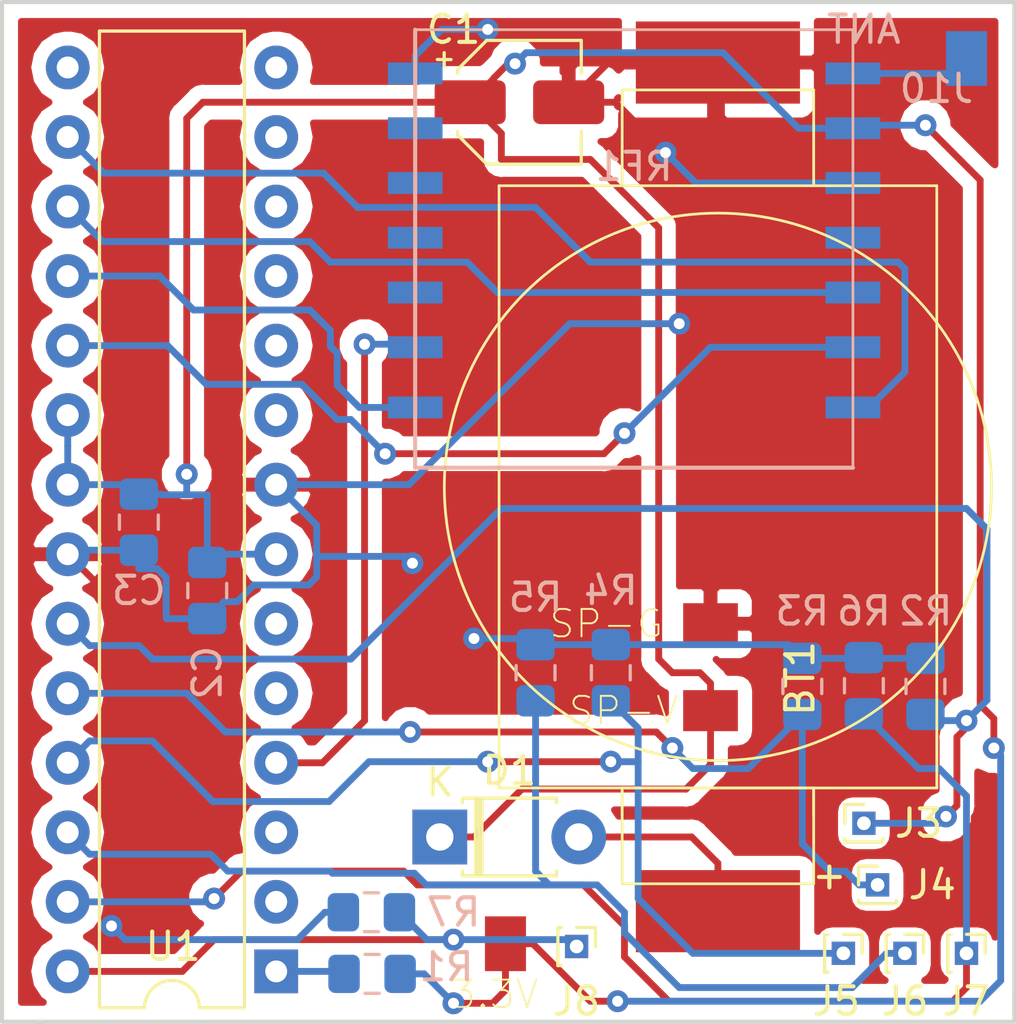
<source format=kicad_pcb>
(kicad_pcb (version 20171130) (host pcbnew 5.0.2+dfsg1-1~bpo9+1)

  (general
    (thickness 1.6)
    (drawings 11)
    (tracks 272)
    (zones 0)
    (modules 24)
    (nets 33)
  )

  (page A4)
  (layers
    (0 F.Cu signal)
    (31 B.Cu signal)
    (32 B.Adhes user)
    (33 F.Adhes user)
    (34 B.Paste user)
    (35 F.Paste user)
    (36 B.SilkS user)
    (37 F.SilkS user)
    (38 B.Mask user)
    (39 F.Mask user)
    (40 Dwgs.User user)
    (41 Cmts.User user)
    (42 Eco1.User user)
    (43 Eco2.User user)
    (44 Edge.Cuts user)
    (45 Margin user)
    (46 B.CrtYd user)
    (47 F.CrtYd user)
    (48 B.Fab user)
    (49 F.Fab user)
  )

  (setup
    (last_trace_width 0.25)
    (trace_clearance 0.2)
    (zone_clearance 0.508)
    (zone_45_only no)
    (trace_min 0.2)
    (segment_width 0.2)
    (edge_width 0.15)
    (via_size 0.8)
    (via_drill 0.4)
    (via_min_size 0.4)
    (via_min_drill 0.3)
    (uvia_size 0.3)
    (uvia_drill 0.1)
    (uvias_allowed no)
    (uvia_min_size 0.2)
    (uvia_min_drill 0.1)
    (pcb_text_width 0.3)
    (pcb_text_size 1.5 1.5)
    (mod_edge_width 0.15)
    (mod_text_size 1 1)
    (mod_text_width 0.15)
    (pad_size 1.524 1.524)
    (pad_drill 0.762)
    (pad_to_mask_clearance 0.051)
    (solder_mask_min_width 0.25)
    (aux_axis_origin 0 0)
    (visible_elements FFFFFF7F)
    (pcbplotparams
      (layerselection 0x010fc_ffffffff)
      (usegerberextensions false)
      (usegerberattributes false)
      (usegerberadvancedattributes false)
      (creategerberjobfile false)
      (excludeedgelayer true)
      (linewidth 0.100000)
      (plotframeref false)
      (viasonmask false)
      (mode 1)
      (useauxorigin false)
      (hpglpennumber 1)
      (hpglpenspeed 20)
      (hpglpendiameter 15.000000)
      (psnegative false)
      (psa4output false)
      (plotreference true)
      (plotvalue true)
      (plotinvisibletext false)
      (padsonsilk false)
      (subtractmaskfromsilk false)
      (outputformat 1)
      (mirror false)
      (drillshape 1)
      (scaleselection 1)
      (outputdirectory ""))
  )

  (net 0 "")
  (net 1 "Net-(R1-Pad2)")
  (net 2 "Net-(U1-Pad15)")
  (net 3 "Net-(U1-Pad2)")
  (net 4 NSS)
  (net 5 "Net-(U1-Pad3)")
  (net 6 MOSI)
  (net 7 "Net-(RF1-Pad9)")
  (net 8 MISO)
  (net 9 "Net-(U1-Pad5)")
  (net 10 SCK)
  (net 11 "Net-(U1-Pad6)")
  (net 12 +3V3)
  (net 13 GND)
  (net 14 "Net-(U1-Pad9)")
  (net 15 "Net-(J3-Pad1)")
  (net 16 "Net-(U1-Pad10)")
  (net 17 "Net-(J4-Pad1)")
  (net 18 "Net-(U1-Pad11)")
  (net 19 "Net-(J5-Pad1)")
  (net 20 "Net-(U1-Pad12)")
  (net 21 "Net-(J6-Pad1)")
  (net 22 "Net-(U1-Pad13)")
  (net 23 "Net-(J7-Pad1)")
  (net 24 "Net-(U1-Pad14)")
  (net 25 "Net-(J8-Pad1)")
  (net 26 "Net-(J10-Pad1)")
  (net 27 "Net-(RF1-Pad13)")
  (net 28 "Net-(RF1-Pad12)")
  (net 29 "Net-(RF1-Pad11)")
  (net 30 "Net-(RF1-Pad10)")
  (net 31 "Net-(RF1-Pad4)")
  (net 32 "Net-(BT1-Pad1)")

  (net_class Default "This is the default net class."
    (clearance 0.2)
    (trace_width 0.25)
    (via_dia 0.8)
    (via_drill 0.4)
    (uvia_dia 0.3)
    (uvia_drill 0.1)
    (add_net +3V3)
    (add_net GND)
    (add_net MISO)
    (add_net MOSI)
    (add_net NSS)
    (add_net "Net-(BT1-Pad1)")
    (add_net "Net-(J10-Pad1)")
    (add_net "Net-(J3-Pad1)")
    (add_net "Net-(J4-Pad1)")
    (add_net "Net-(J5-Pad1)")
    (add_net "Net-(J6-Pad1)")
    (add_net "Net-(J7-Pad1)")
    (add_net "Net-(J8-Pad1)")
    (add_net "Net-(R1-Pad2)")
    (add_net "Net-(RF1-Pad10)")
    (add_net "Net-(RF1-Pad11)")
    (add_net "Net-(RF1-Pad12)")
    (add_net "Net-(RF1-Pad13)")
    (add_net "Net-(RF1-Pad4)")
    (add_net "Net-(RF1-Pad9)")
    (add_net "Net-(U1-Pad10)")
    (add_net "Net-(U1-Pad11)")
    (add_net "Net-(U1-Pad12)")
    (add_net "Net-(U1-Pad13)")
    (add_net "Net-(U1-Pad14)")
    (add_net "Net-(U1-Pad15)")
    (add_net "Net-(U1-Pad2)")
    (add_net "Net-(U1-Pad3)")
    (add_net "Net-(U1-Pad5)")
    (add_net "Net-(U1-Pad6)")
    (add_net "Net-(U1-Pad9)")
    (add_net SCK)
  )

  (module wirepad:Wire_SMD_Pad_1PIN (layer F.Cu) (tedit 5C2FBB0C) (tstamp 5C477AA9)
    (at 174.295 96.985 90)
    (path /5C30F63E)
    (fp_text reference J1 (at 0 0.5 90) (layer F.SilkS) hide
      (effects (font (size 1 1) (thickness 0.15)))
    )
    (fp_text value SP-V (at 1.1 -1.575 180) (layer F.SilkS)
      (effects (font (size 1 1) (thickness 0.07)))
    )
    (pad 1 smd rect (at 1.1 1.6 90) (size 1.5 2) (layers F.Cu F.Paste F.Mask)
      (net 12 +3V3))
  )

  (module wirepad:Wire_SMD_Pad_1PIN (layer F.Cu) (tedit 5C2FBB1B) (tstamp 5C477A99)
    (at 174.295 93.81 90)
    (path /5C30F74E)
    (fp_text reference J2 (at 0 0.5 90) (layer F.SilkS) hide
      (effects (font (size 1 1) (thickness 0.15)))
    )
    (fp_text value SP-G (at 1.1 -2.21 180) (layer F.SilkS)
      (effects (font (size 1 1) (thickness 0.07)))
    )
    (pad 1 smd rect (at 1.1 1.6 90) (size 1.5 2) (layers F.Cu F.Paste F.Mask)
      (net 13 GND))
  )

  (module battery:CR2032 (layer F.Cu) (tedit 5BE0A151) (tstamp 5C476D93)
    (at 177.165 92.71 90)
    (path /5C30198A)
    (fp_text reference BT1 (at -2 2 90) (layer F.SilkS)
      (effects (font (size 1 1) (thickness 0.15)))
    )
    (fp_text value CR2032 (at 3 -7.25 90) (layer F.Fab)
      (effects (font (size 1 1) (thickness 0.15)))
    )
    (fp_circle (center 5 -1) (end 11 7) (layer F.SilkS) (width 0.1))
    (fp_line (start 16 2.5) (end 19.5 2.5) (layer F.SilkS) (width 0.1))
    (fp_line (start 19.5 2.5) (end 19.5 -4.5) (layer F.SilkS) (width 0.1))
    (fp_line (start 19.5 -4.5) (end 16 -4.5) (layer F.SilkS) (width 0.1))
    (fp_line (start -9.5 -4.5) (end -9.5 2) (layer F.SilkS) (width 0.1))
    (fp_line (start -9.5 2) (end -9.5 2.5) (layer F.SilkS) (width 0.1))
    (fp_line (start -9.5 2.5) (end -6 2.5) (layer F.SilkS) (width 0.1))
    (fp_line (start -6 2.5) (end -6 -4.5) (layer F.SilkS) (width 0.1))
    (fp_line (start -6 -4.5) (end -9.5 -4.5) (layer F.SilkS) (width 0.1))
    (fp_line (start -6 2.5) (end -7 2.5) (layer F.SilkS) (width 0.1))
    (fp_line (start -6 -4.5) (end -7 -4.5) (layer F.SilkS) (width 0.1))
    (fp_line (start 16 -9) (end 16 7) (layer F.SilkS) (width 0.1))
    (fp_line (start 16 7) (end -6 7) (layer F.SilkS) (width 0.1))
    (fp_line (start -6 7) (end -6 -9) (layer F.SilkS) (width 0.1))
    (fp_line (start -6 -9) (end 16 -9) (layer F.SilkS) (width 0.1))
    (fp_text user + (at -9.25 3 90) (layer F.SilkS)
      (effects (font (size 1 1) (thickness 0.15)))
    )
    (pad 1 smd rect (at -10.5 -1 90) (size 3 6) (layers F.Cu F.Paste F.Mask)
      (net 32 "Net-(BT1-Pad1)"))
    (pad 2 smd rect (at 20.5 -1 90) (size 3 6) (layers F.Cu F.Paste F.Mask)
      (net 13 GND))
  )

  (module Capacitor_SMD:CP_Elec_4x5.8 (layer F.Cu) (tedit 5C2FBBA1) (tstamp 5C527C0F)
    (at 168.91 73.66)
    (descr "SMD capacitor, aluminum electrolytic, Panasonic, 4.0x5.8mm")
    (tags "capacitor electrolytic")
    (path /5C314E14)
    (attr smd)
    (fp_text reference C1 (at -2.41 -2.66) (layer F.SilkS)
      (effects (font (size 1 1) (thickness 0.15)))
    )
    (fp_text value CP (at -0.41 3.2) (layer F.Fab) hide
      (effects (font (size 1 1) (thickness 0.15)))
    )
    (fp_circle (center 0 0) (end 2 0) (layer F.Fab) (width 0.1))
    (fp_line (start 2.15 -2.15) (end 2.15 2.15) (layer F.Fab) (width 0.1))
    (fp_line (start -1.15 -2.15) (end 2.15 -2.15) (layer F.Fab) (width 0.1))
    (fp_line (start -1.15 2.15) (end 2.15 2.15) (layer F.Fab) (width 0.1))
    (fp_line (start -2.15 -1.15) (end -2.15 1.15) (layer F.Fab) (width 0.1))
    (fp_line (start -2.15 -1.15) (end -1.15 -2.15) (layer F.Fab) (width 0.1))
    (fp_line (start -2.15 1.15) (end -1.15 2.15) (layer F.Fab) (width 0.1))
    (fp_line (start -1.574773 -1) (end -1.174773 -1) (layer F.Fab) (width 0.1))
    (fp_line (start -1.374773 -1.2) (end -1.374773 -0.8) (layer F.Fab) (width 0.1))
    (fp_line (start 2.26 2.26) (end 2.26 1.06) (layer F.SilkS) (width 0.12))
    (fp_line (start 2.26 -2.26) (end 2.26 -1.06) (layer F.SilkS) (width 0.12))
    (fp_line (start -1.195563 -2.26) (end 2.26 -2.26) (layer F.SilkS) (width 0.12))
    (fp_line (start -1.195563 2.26) (end 2.26 2.26) (layer F.SilkS) (width 0.12))
    (fp_line (start -2.26 1.195563) (end -2.26 1.06) (layer F.SilkS) (width 0.12))
    (fp_line (start -2.26 -1.195563) (end -2.26 -1.06) (layer F.SilkS) (width 0.12))
    (fp_line (start -2.26 -1.195563) (end -1.195563 -2.26) (layer F.SilkS) (width 0.12))
    (fp_line (start -2.26 1.195563) (end -1.195563 2.26) (layer F.SilkS) (width 0.12))
    (fp_line (start -3 -1.56) (end -2.5 -1.56) (layer F.SilkS) (width 0.12))
    (fp_line (start -2.75 -1.81) (end -2.75 -1.31) (layer F.SilkS) (width 0.12))
    (fp_line (start 2.4 -2.4) (end 2.4 -1.05) (layer F.CrtYd) (width 0.05))
    (fp_line (start 2.4 -1.05) (end 3.35 -1.05) (layer F.CrtYd) (width 0.05))
    (fp_line (start 3.35 -1.05) (end 3.35 1.05) (layer F.CrtYd) (width 0.05))
    (fp_line (start 3.35 1.05) (end 2.4 1.05) (layer F.CrtYd) (width 0.05))
    (fp_line (start 2.4 1.05) (end 2.4 2.4) (layer F.CrtYd) (width 0.05))
    (fp_line (start -1.25 2.4) (end 2.4 2.4) (layer F.CrtYd) (width 0.05))
    (fp_line (start -1.25 -2.4) (end 2.4 -2.4) (layer F.CrtYd) (width 0.05))
    (fp_line (start -2.4 1.25) (end -1.25 2.4) (layer F.CrtYd) (width 0.05))
    (fp_line (start -2.4 -1.25) (end -1.25 -2.4) (layer F.CrtYd) (width 0.05))
    (fp_line (start -2.4 -1.25) (end -2.4 -1.05) (layer F.CrtYd) (width 0.05))
    (fp_line (start -2.4 1.05) (end -2.4 1.25) (layer F.CrtYd) (width 0.05))
    (fp_line (start -2.4 -1.05) (end -3.35 -1.05) (layer F.CrtYd) (width 0.05))
    (fp_line (start -3.35 -1.05) (end -3.35 1.05) (layer F.CrtYd) (width 0.05))
    (fp_line (start -3.35 1.05) (end -2.4 1.05) (layer F.CrtYd) (width 0.05))
    (fp_text user %R (at 0 0) (layer F.Fab)
      (effects (font (size 0.8 0.8) (thickness 0.12)))
    )
    (pad 1 smd roundrect (at -1.8 0) (size 2.6 1.6) (layers F.Cu F.Paste F.Mask) (roundrect_rratio 0.15625)
      (net 12 +3V3))
    (pad 2 smd roundrect (at 1.8 0) (size 2.6 1.6) (layers F.Cu F.Paste F.Mask) (roundrect_rratio 0.15625)
      (net 13 GND))
    (model ${KISYS3DMOD}/Capacitor_SMD.3dshapes/CP_Elec_4x5.8.wrl
      (at (xyz 0 0 0))
      (scale (xyz 1 1 1))
      (rotate (xyz 0 0 0))
    )
  )

  (module Capacitor_SMD:C_0805_2012Metric_Pad1.15x1.40mm_HandSolder (layer B.Cu) (tedit 5C2FBC30) (tstamp 5C478659)
    (at 157.5 91.5 270)
    (descr "Capacitor SMD 0805 (2012 Metric), square (rectangular) end terminal, IPC_7351 nominal with elongated pad for handsoldering. (Body size source: https://docs.google.com/spreadsheets/d/1BsfQQcO9C6DZCsRaXUlFlo91Tg2WpOkGARC1WS5S8t0/edit?usp=sharing), generated with kicad-footprint-generator")
    (tags "capacitor handsolder")
    (path /5C2F7D30)
    (attr smd)
    (fp_text reference C2 (at 3 0 270) (layer B.SilkS)
      (effects (font (size 1 1) (thickness 0.15)) (justify mirror))
    )
    (fp_text value 100nf (at 4.884999 -3.092999 270) (layer B.Fab) hide
      (effects (font (size 1 1) (thickness 0.15)) (justify mirror))
    )
    (fp_line (start -1 -0.6) (end -1 0.6) (layer B.Fab) (width 0.1))
    (fp_line (start -1 0.6) (end 1 0.6) (layer B.Fab) (width 0.1))
    (fp_line (start 1 0.6) (end 1 -0.6) (layer B.Fab) (width 0.1))
    (fp_line (start 1 -0.6) (end -1 -0.6) (layer B.Fab) (width 0.1))
    (fp_line (start -0.261252 0.71) (end 0.261252 0.71) (layer B.SilkS) (width 0.12))
    (fp_line (start -0.261252 -0.71) (end 0.261252 -0.71) (layer B.SilkS) (width 0.12))
    (fp_line (start -1.85 -0.95) (end -1.85 0.95) (layer B.CrtYd) (width 0.05))
    (fp_line (start -1.85 0.95) (end 1.85 0.95) (layer B.CrtYd) (width 0.05))
    (fp_line (start 1.85 0.95) (end 1.85 -0.95) (layer B.CrtYd) (width 0.05))
    (fp_line (start 1.85 -0.95) (end -1.85 -0.95) (layer B.CrtYd) (width 0.05))
    (fp_text user %R (at 0 0 270) (layer B.Fab)
      (effects (font (size 0.5 0.5) (thickness 0.08)) (justify mirror))
    )
    (pad 1 smd roundrect (at -1.025 0 270) (size 1.15 1.4) (layers B.Cu B.Paste B.Mask) (roundrect_rratio 0.217391)
      (net 12 +3V3))
    (pad 2 smd roundrect (at 1.025 0 270) (size 1.15 1.4) (layers B.Cu B.Paste B.Mask) (roundrect_rratio 0.217391)
      (net 13 GND))
    (model ${KISYS3DMOD}/Capacitor_SMD.3dshapes/C_0805_2012Metric.wrl
      (at (xyz 0 0 0))
      (scale (xyz 1 1 1))
      (rotate (xyz 0 0 0))
    )
  )

  (module Capacitor_SMD:C_0805_2012Metric_Pad1.15x1.40mm_HandSolder (layer B.Cu) (tedit 5C2FBBF3) (tstamp 5C527C31)
    (at 155 89 90)
    (descr "Capacitor SMD 0805 (2012 Metric), square (rectangular) end terminal, IPC_7351 nominal with elongated pad for handsoldering. (Body size source: https://docs.google.com/spreadsheets/d/1BsfQQcO9C6DZCsRaXUlFlo91Tg2WpOkGARC1WS5S8t0/edit?usp=sharing), generated with kicad-footprint-generator")
    (tags "capacitor handsolder")
    (path /5C2F7CEE)
    (attr smd)
    (fp_text reference C3 (at -2.5 0 180) (layer B.SilkS)
      (effects (font (size 1 1) (thickness 0.15)) (justify mirror))
    )
    (fp_text value 100nf (at 0 0.5 90) (layer B.Fab) hide
      (effects (font (size 1 1) (thickness 0.15)) (justify mirror))
    )
    (fp_text user %R (at 0 0 90) (layer B.Fab)
      (effects (font (size 0.5 0.5) (thickness 0.08)) (justify mirror))
    )
    (fp_line (start 1.85 -0.95) (end -1.85 -0.95) (layer B.CrtYd) (width 0.05))
    (fp_line (start 1.85 0.95) (end 1.85 -0.95) (layer B.CrtYd) (width 0.05))
    (fp_line (start -1.85 0.95) (end 1.85 0.95) (layer B.CrtYd) (width 0.05))
    (fp_line (start -1.85 -0.95) (end -1.85 0.95) (layer B.CrtYd) (width 0.05))
    (fp_line (start -0.261252 -0.71) (end 0.261252 -0.71) (layer B.SilkS) (width 0.12))
    (fp_line (start -0.261252 0.71) (end 0.261252 0.71) (layer B.SilkS) (width 0.12))
    (fp_line (start 1 -0.6) (end -1 -0.6) (layer B.Fab) (width 0.1))
    (fp_line (start 1 0.6) (end 1 -0.6) (layer B.Fab) (width 0.1))
    (fp_line (start -1 0.6) (end 1 0.6) (layer B.Fab) (width 0.1))
    (fp_line (start -1 -0.6) (end -1 0.6) (layer B.Fab) (width 0.1))
    (pad 2 smd roundrect (at 1.025 0 90) (size 1.15 1.4) (layers B.Cu B.Paste B.Mask) (roundrect_rratio 0.217391)
      (net 12 +3V3))
    (pad 1 smd roundrect (at -1.025 0 90) (size 1.15 1.4) (layers B.Cu B.Paste B.Mask) (roundrect_rratio 0.217391)
      (net 13 GND))
    (model ${KISYS3DMOD}/Capacitor_SMD.3dshapes/C_0805_2012Metric.wrl
      (at (xyz 0 0 0))
      (scale (xyz 1 1 1))
      (rotate (xyz 0 0 0))
    )
  )

  (module Diode_THT:D_T-1_P5.08mm_Horizontal (layer F.Cu) (tedit 5C2FB2AF) (tstamp 5C4775D3)
    (at 166 100.5)
    (descr "Diode, T-1 series, Axial, Horizontal, pin pitch=5.08mm, , length*diameter=3.2*2.6mm^2, , http://www.diodes.com/_files/packages/T-1.pdf")
    (tags "Diode T-1 series Axial Horizontal pin pitch 5.08mm  length 3.2mm diameter 2.6mm")
    (path /5C308190)
    (fp_text reference D1 (at 2.54 -2.42) (layer F.SilkS)
      (effects (font (size 1 1) (thickness 0.15)))
    )
    (fp_text value D_Small (at 2.54 2.42) (layer F.Fab) hide
      (effects (font (size 1 1) (thickness 0.15)))
    )
    (fp_line (start 0.94 -1.3) (end 0.94 1.3) (layer F.Fab) (width 0.1))
    (fp_line (start 0.94 1.3) (end 4.14 1.3) (layer F.Fab) (width 0.1))
    (fp_line (start 4.14 1.3) (end 4.14 -1.3) (layer F.Fab) (width 0.1))
    (fp_line (start 4.14 -1.3) (end 0.94 -1.3) (layer F.Fab) (width 0.1))
    (fp_line (start 0 0) (end 0.94 0) (layer F.Fab) (width 0.1))
    (fp_line (start 5.08 0) (end 4.14 0) (layer F.Fab) (width 0.1))
    (fp_line (start 1.42 -1.3) (end 1.42 1.3) (layer F.Fab) (width 0.1))
    (fp_line (start 1.52 -1.3) (end 1.52 1.3) (layer F.Fab) (width 0.1))
    (fp_line (start 1.32 -1.3) (end 1.32 1.3) (layer F.Fab) (width 0.1))
    (fp_line (start 0.82 -1.24) (end 0.82 -1.42) (layer F.SilkS) (width 0.12))
    (fp_line (start 0.82 -1.42) (end 4.26 -1.42) (layer F.SilkS) (width 0.12))
    (fp_line (start 4.26 -1.42) (end 4.26 -1.24) (layer F.SilkS) (width 0.12))
    (fp_line (start 0.82 1.24) (end 0.82 1.42) (layer F.SilkS) (width 0.12))
    (fp_line (start 0.82 1.42) (end 4.26 1.42) (layer F.SilkS) (width 0.12))
    (fp_line (start 4.26 1.42) (end 4.26 1.24) (layer F.SilkS) (width 0.12))
    (fp_line (start 1.42 -1.42) (end 1.42 1.42) (layer F.SilkS) (width 0.12))
    (fp_line (start 1.54 -1.42) (end 1.54 1.42) (layer F.SilkS) (width 0.12))
    (fp_line (start 1.3 -1.42) (end 1.3 1.42) (layer F.SilkS) (width 0.12))
    (fp_line (start -1.25 -1.55) (end -1.25 1.55) (layer F.CrtYd) (width 0.05))
    (fp_line (start -1.25 1.55) (end 6.33 1.55) (layer F.CrtYd) (width 0.05))
    (fp_line (start 6.33 1.55) (end 6.33 -1.55) (layer F.CrtYd) (width 0.05))
    (fp_line (start 6.33 -1.55) (end -1.25 -1.55) (layer F.CrtYd) (width 0.05))
    (fp_text user %R (at 2.83 0) (layer F.Fab)
      (effects (font (size 0.64 0.64) (thickness 0.096)))
    )
    (fp_text user K (at 0 -1.905) (layer F.Fab)
      (effects (font (size 1 1) (thickness 0.15)))
    )
    (fp_text user K (at 0 -2) (layer F.SilkS)
      (effects (font (size 1 1) (thickness 0.15)))
    )
    (pad 1 thru_hole rect (at 0 0) (size 2 2) (drill 1) (layers *.Cu *.Mask)
      (net 12 +3V3))
    (pad 2 thru_hole oval (at 5.08 0) (size 2 2) (drill 1) (layers *.Cu *.Mask)
      (net 32 "Net-(BT1-Pad1)"))
    (model ${KISYS3DMOD}/Diode_THT.3dshapes/D_T-1_P5.08mm_Horizontal.wrl
      (at (xyz 0 0 0))
      (scale (xyz 1 1 1))
      (rotate (xyz 0 0 0))
    )
  )

  (module Connector_PinHeader_1.00mm:PinHeader_1x01_P1.00mm_Vertical (layer F.Cu) (tedit 5C2FBC72) (tstamp 5C527CA7)
    (at 181.5 100)
    (descr "Through hole straight pin header, 1x01, 1.00mm pitch, single row")
    (tags "Through hole pin header THT 1x01 1.00mm single row")
    (path /5C2FAD37)
    (fp_text reference J3 (at 2 0) (layer F.SilkS)
      (effects (font (size 1 1) (thickness 0.15)))
    )
    (fp_text value B1 (at 0 1.56) (layer F.Fab) hide
      (effects (font (size 1 1) (thickness 0.15)))
    )
    (fp_line (start -0.3175 -0.5) (end 0.635 -0.5) (layer F.Fab) (width 0.1))
    (fp_line (start 0.635 -0.5) (end 0.635 0.5) (layer F.Fab) (width 0.1))
    (fp_line (start 0.635 0.5) (end -0.635 0.5) (layer F.Fab) (width 0.1))
    (fp_line (start -0.635 0.5) (end -0.635 -0.1825) (layer F.Fab) (width 0.1))
    (fp_line (start -0.635 -0.1825) (end -0.3175 -0.5) (layer F.Fab) (width 0.1))
    (fp_line (start -0.695 0.685) (end 0.695 0.685) (layer F.SilkS) (width 0.12))
    (fp_line (start -0.695 0.685) (end -0.695 0.56) (layer F.SilkS) (width 0.12))
    (fp_line (start 0.695 0.685) (end 0.695 0.56) (layer F.SilkS) (width 0.12))
    (fp_line (start -0.695 0.685) (end -0.608276 0.685) (layer F.SilkS) (width 0.12))
    (fp_line (start 0.608276 0.685) (end 0.695 0.685) (layer F.SilkS) (width 0.12))
    (fp_line (start -0.695 0) (end -0.695 -0.685) (layer F.SilkS) (width 0.12))
    (fp_line (start -0.695 -0.685) (end 0 -0.685) (layer F.SilkS) (width 0.12))
    (fp_line (start -1.15 -1) (end -1.15 1) (layer F.CrtYd) (width 0.05))
    (fp_line (start -1.15 1) (end 1.15 1) (layer F.CrtYd) (width 0.05))
    (fp_line (start 1.15 1) (end 1.15 -1) (layer F.CrtYd) (width 0.05))
    (fp_line (start 1.15 -1) (end -1.15 -1) (layer F.CrtYd) (width 0.05))
    (fp_text user %R (at 0 0 90) (layer F.Fab)
      (effects (font (size 0.76 0.76) (thickness 0.114)))
    )
    (pad 1 thru_hole rect (at 0 0) (size 0.85 0.85) (drill 0.5) (layers *.Cu *.Mask)
      (net 15 "Net-(J3-Pad1)"))
    (model ${KISYS3DMOD}/Connector_PinHeader_1.00mm.3dshapes/PinHeader_1x01_P1.00mm_Vertical.wrl
      (at (xyz 0 0 0))
      (scale (xyz 1 1 1))
      (rotate (xyz 0 0 0))
    )
  )

  (module Connector_PinHeader_1.00mm:PinHeader_1x01_P1.00mm_Vertical (layer F.Cu) (tedit 5C2FBC69) (tstamp 5C527CBD)
    (at 182 102.25)
    (descr "Through hole straight pin header, 1x01, 1.00mm pitch, single row")
    (tags "Through hole pin header THT 1x01 1.00mm single row")
    (path /5C2FAECC)
    (fp_text reference J4 (at 2 0) (layer F.SilkS)
      (effects (font (size 1 1) (thickness 0.15)))
    )
    (fp_text value B2 (at 0 1.56) (layer F.Fab) hide
      (effects (font (size 1 1) (thickness 0.15)))
    )
    (fp_text user %R (at 0 0 90) (layer F.Fab)
      (effects (font (size 0.76 0.76) (thickness 0.114)))
    )
    (fp_line (start 1.15 -1) (end -1.15 -1) (layer F.CrtYd) (width 0.05))
    (fp_line (start 1.15 1) (end 1.15 -1) (layer F.CrtYd) (width 0.05))
    (fp_line (start -1.15 1) (end 1.15 1) (layer F.CrtYd) (width 0.05))
    (fp_line (start -1.15 -1) (end -1.15 1) (layer F.CrtYd) (width 0.05))
    (fp_line (start -0.695 -0.685) (end 0 -0.685) (layer F.SilkS) (width 0.12))
    (fp_line (start -0.695 0) (end -0.695 -0.685) (layer F.SilkS) (width 0.12))
    (fp_line (start 0.608276 0.685) (end 0.695 0.685) (layer F.SilkS) (width 0.12))
    (fp_line (start -0.695 0.685) (end -0.608276 0.685) (layer F.SilkS) (width 0.12))
    (fp_line (start 0.695 0.685) (end 0.695 0.56) (layer F.SilkS) (width 0.12))
    (fp_line (start -0.695 0.685) (end -0.695 0.56) (layer F.SilkS) (width 0.12))
    (fp_line (start -0.695 0.685) (end 0.695 0.685) (layer F.SilkS) (width 0.12))
    (fp_line (start -0.635 -0.1825) (end -0.3175 -0.5) (layer F.Fab) (width 0.1))
    (fp_line (start -0.635 0.5) (end -0.635 -0.1825) (layer F.Fab) (width 0.1))
    (fp_line (start 0.635 0.5) (end -0.635 0.5) (layer F.Fab) (width 0.1))
    (fp_line (start 0.635 -0.5) (end 0.635 0.5) (layer F.Fab) (width 0.1))
    (fp_line (start -0.3175 -0.5) (end 0.635 -0.5) (layer F.Fab) (width 0.1))
    (pad 1 thru_hole rect (at 0 0) (size 0.85 0.85) (drill 0.5) (layers *.Cu *.Mask)
      (net 17 "Net-(J4-Pad1)"))
    (model ${KISYS3DMOD}/Connector_PinHeader_1.00mm.3dshapes/PinHeader_1x01_P1.00mm_Vertical.wrl
      (at (xyz 0 0 0))
      (scale (xyz 1 1 1))
      (rotate (xyz 0 0 0))
    )
  )

  (module Connector_PinHeader_1.00mm:PinHeader_1x01_P1.00mm_Vertical (layer F.Cu) (tedit 5C2FBC76) (tstamp 5C527CD3)
    (at 180.75 104.75 270)
    (descr "Through hole straight pin header, 1x01, 1.00mm pitch, single row")
    (tags "Through hole pin header THT 1x01 1.00mm single row")
    (path /5C2FAF43)
    (fp_text reference J5 (at 1.75 0.25) (layer F.SilkS)
      (effects (font (size 1 1) (thickness 0.15)))
    )
    (fp_text value B3 (at 0 1.56 270) (layer F.Fab) hide
      (effects (font (size 1 1) (thickness 0.15)))
    )
    (fp_line (start -0.3175 -0.5) (end 0.635 -0.5) (layer F.Fab) (width 0.1))
    (fp_line (start 0.635 -0.5) (end 0.635 0.5) (layer F.Fab) (width 0.1))
    (fp_line (start 0.635 0.5) (end -0.635 0.5) (layer F.Fab) (width 0.1))
    (fp_line (start -0.635 0.5) (end -0.635 -0.1825) (layer F.Fab) (width 0.1))
    (fp_line (start -0.635 -0.1825) (end -0.3175 -0.5) (layer F.Fab) (width 0.1))
    (fp_line (start -0.695 0.685) (end 0.695 0.685) (layer F.SilkS) (width 0.12))
    (fp_line (start -0.695 0.685) (end -0.695 0.56) (layer F.SilkS) (width 0.12))
    (fp_line (start 0.695 0.685) (end 0.695 0.56) (layer F.SilkS) (width 0.12))
    (fp_line (start -0.695 0.685) (end -0.608276 0.685) (layer F.SilkS) (width 0.12))
    (fp_line (start 0.608276 0.685) (end 0.695 0.685) (layer F.SilkS) (width 0.12))
    (fp_line (start -0.695 0) (end -0.695 -0.685) (layer F.SilkS) (width 0.12))
    (fp_line (start -0.695 -0.685) (end 0 -0.685) (layer F.SilkS) (width 0.12))
    (fp_line (start -1.15 -1) (end -1.15 1) (layer F.CrtYd) (width 0.05))
    (fp_line (start -1.15 1) (end 1.15 1) (layer F.CrtYd) (width 0.05))
    (fp_line (start 1.15 1) (end 1.15 -1) (layer F.CrtYd) (width 0.05))
    (fp_line (start 1.15 -1) (end -1.15 -1) (layer F.CrtYd) (width 0.05))
    (fp_text user %R (at 0 0) (layer F.Fab)
      (effects (font (size 0.76 0.76) (thickness 0.114)))
    )
    (pad 1 thru_hole rect (at 0 0 270) (size 0.85 0.85) (drill 0.5) (layers *.Cu *.Mask)
      (net 19 "Net-(J5-Pad1)"))
    (model ${KISYS3DMOD}/Connector_PinHeader_1.00mm.3dshapes/PinHeader_1x01_P1.00mm_Vertical.wrl
      (at (xyz 0 0 0))
      (scale (xyz 1 1 1))
      (rotate (xyz 0 0 0))
    )
  )

  (module Connector_PinHeader_1.00mm:PinHeader_1x01_P1.00mm_Vertical (layer F.Cu) (tedit 5C2FBC84) (tstamp 5C527CE9)
    (at 183 104.75 270)
    (descr "Through hole straight pin header, 1x01, 1.00mm pitch, single row")
    (tags "Through hole pin header THT 1x01 1.00mm single row")
    (path /5C2FAFC3)
    (fp_text reference J6 (at 1.75 0) (layer F.SilkS)
      (effects (font (size 1 1) (thickness 0.15)))
    )
    (fp_text value B4 (at 0 1.56 270) (layer F.Fab) hide
      (effects (font (size 1 1) (thickness 0.15)))
    )
    (fp_text user %R (at 0 0) (layer F.Fab)
      (effects (font (size 0.76 0.76) (thickness 0.114)))
    )
    (fp_line (start 1.15 -1) (end -1.15 -1) (layer F.CrtYd) (width 0.05))
    (fp_line (start 1.15 1) (end 1.15 -1) (layer F.CrtYd) (width 0.05))
    (fp_line (start -1.15 1) (end 1.15 1) (layer F.CrtYd) (width 0.05))
    (fp_line (start -1.15 -1) (end -1.15 1) (layer F.CrtYd) (width 0.05))
    (fp_line (start -0.695 -0.685) (end 0 -0.685) (layer F.SilkS) (width 0.12))
    (fp_line (start -0.695 0) (end -0.695 -0.685) (layer F.SilkS) (width 0.12))
    (fp_line (start 0.608276 0.685) (end 0.695 0.685) (layer F.SilkS) (width 0.12))
    (fp_line (start -0.695 0.685) (end -0.608276 0.685) (layer F.SilkS) (width 0.12))
    (fp_line (start 0.695 0.685) (end 0.695 0.56) (layer F.SilkS) (width 0.12))
    (fp_line (start -0.695 0.685) (end -0.695 0.56) (layer F.SilkS) (width 0.12))
    (fp_line (start -0.695 0.685) (end 0.695 0.685) (layer F.SilkS) (width 0.12))
    (fp_line (start -0.635 -0.1825) (end -0.3175 -0.5) (layer F.Fab) (width 0.1))
    (fp_line (start -0.635 0.5) (end -0.635 -0.1825) (layer F.Fab) (width 0.1))
    (fp_line (start 0.635 0.5) (end -0.635 0.5) (layer F.Fab) (width 0.1))
    (fp_line (start 0.635 -0.5) (end 0.635 0.5) (layer F.Fab) (width 0.1))
    (fp_line (start -0.3175 -0.5) (end 0.635 -0.5) (layer F.Fab) (width 0.1))
    (pad 1 thru_hole rect (at 0 0 270) (size 0.85 0.85) (drill 0.5) (layers *.Cu *.Mask)
      (net 21 "Net-(J6-Pad1)"))
    (model ${KISYS3DMOD}/Connector_PinHeader_1.00mm.3dshapes/PinHeader_1x01_P1.00mm_Vertical.wrl
      (at (xyz 0 0 0))
      (scale (xyz 1 1 1))
      (rotate (xyz 0 0 0))
    )
  )

  (module Connector_PinHeader_1.00mm:PinHeader_1x01_P1.00mm_Vertical (layer F.Cu) (tedit 5C2FBC79) (tstamp 5C527CFF)
    (at 185.25 104.75 270)
    (descr "Through hole straight pin header, 1x01, 1.00mm pitch, single row")
    (tags "Through hole pin header THT 1x01 1.00mm single row")
    (path /5C2FB072)
    (fp_text reference J7 (at 1.75 0) (layer F.SilkS)
      (effects (font (size 1 1) (thickness 0.15)))
    )
    (fp_text value B5 (at 0 1.56 270) (layer F.Fab) hide
      (effects (font (size 1 1) (thickness 0.15)))
    )
    (fp_line (start -0.3175 -0.5) (end 0.635 -0.5) (layer F.Fab) (width 0.1))
    (fp_line (start 0.635 -0.5) (end 0.635 0.5) (layer F.Fab) (width 0.1))
    (fp_line (start 0.635 0.5) (end -0.635 0.5) (layer F.Fab) (width 0.1))
    (fp_line (start -0.635 0.5) (end -0.635 -0.1825) (layer F.Fab) (width 0.1))
    (fp_line (start -0.635 -0.1825) (end -0.3175 -0.5) (layer F.Fab) (width 0.1))
    (fp_line (start -0.695 0.685) (end 0.695 0.685) (layer F.SilkS) (width 0.12))
    (fp_line (start -0.695 0.685) (end -0.695 0.56) (layer F.SilkS) (width 0.12))
    (fp_line (start 0.695 0.685) (end 0.695 0.56) (layer F.SilkS) (width 0.12))
    (fp_line (start -0.695 0.685) (end -0.608276 0.685) (layer F.SilkS) (width 0.12))
    (fp_line (start 0.608276 0.685) (end 0.695 0.685) (layer F.SilkS) (width 0.12))
    (fp_line (start -0.695 0) (end -0.695 -0.685) (layer F.SilkS) (width 0.12))
    (fp_line (start -0.695 -0.685) (end 0 -0.685) (layer F.SilkS) (width 0.12))
    (fp_line (start -1.15 -1) (end -1.15 1) (layer F.CrtYd) (width 0.05))
    (fp_line (start -1.15 1) (end 1.15 1) (layer F.CrtYd) (width 0.05))
    (fp_line (start 1.15 1) (end 1.15 -1) (layer F.CrtYd) (width 0.05))
    (fp_line (start 1.15 -1) (end -1.15 -1) (layer F.CrtYd) (width 0.05))
    (fp_text user %R (at 0 0) (layer F.Fab)
      (effects (font (size 0.76 0.76) (thickness 0.114)))
    )
    (pad 1 thru_hole rect (at 0 0 270) (size 0.85 0.85) (drill 0.5) (layers *.Cu *.Mask)
      (net 23 "Net-(J7-Pad1)"))
    (model ${KISYS3DMOD}/Connector_PinHeader_1.00mm.3dshapes/PinHeader_1x01_P1.00mm_Vertical.wrl
      (at (xyz 0 0 0))
      (scale (xyz 1 1 1))
      (rotate (xyz 0 0 0))
    )
  )

  (module Connector_PinHeader_1.00mm:PinHeader_1x01_P1.00mm_Vertical (layer F.Cu) (tedit 5C2FBC70) (tstamp 5C527D15)
    (at 171 104.5 270)
    (descr "Through hole straight pin header, 1x01, 1.00mm pitch, single row")
    (tags "Through hole pin header THT 1x01 1.00mm single row")
    (path /5C2FB0FC)
    (fp_text reference J8 (at 2 0) (layer F.SilkS)
      (effects (font (size 1 1) (thickness 0.15)))
    )
    (fp_text value B6 (at 0 1.56 270) (layer F.Fab) hide
      (effects (font (size 1 1) (thickness 0.15)))
    )
    (fp_text user %R (at 0 0) (layer F.Fab)
      (effects (font (size 0.76 0.76) (thickness 0.114)))
    )
    (fp_line (start 1.15 -1) (end -1.15 -1) (layer F.CrtYd) (width 0.05))
    (fp_line (start 1.15 1) (end 1.15 -1) (layer F.CrtYd) (width 0.05))
    (fp_line (start -1.15 1) (end 1.15 1) (layer F.CrtYd) (width 0.05))
    (fp_line (start -1.15 -1) (end -1.15 1) (layer F.CrtYd) (width 0.05))
    (fp_line (start -0.695 -0.685) (end 0 -0.685) (layer F.SilkS) (width 0.12))
    (fp_line (start -0.695 0) (end -0.695 -0.685) (layer F.SilkS) (width 0.12))
    (fp_line (start 0.608276 0.685) (end 0.695 0.685) (layer F.SilkS) (width 0.12))
    (fp_line (start -0.695 0.685) (end -0.608276 0.685) (layer F.SilkS) (width 0.12))
    (fp_line (start 0.695 0.685) (end 0.695 0.56) (layer F.SilkS) (width 0.12))
    (fp_line (start -0.695 0.685) (end -0.695 0.56) (layer F.SilkS) (width 0.12))
    (fp_line (start -0.695 0.685) (end 0.695 0.685) (layer F.SilkS) (width 0.12))
    (fp_line (start -0.635 -0.1825) (end -0.3175 -0.5) (layer F.Fab) (width 0.1))
    (fp_line (start -0.635 0.5) (end -0.635 -0.1825) (layer F.Fab) (width 0.1))
    (fp_line (start 0.635 0.5) (end -0.635 0.5) (layer F.Fab) (width 0.1))
    (fp_line (start 0.635 -0.5) (end 0.635 0.5) (layer F.Fab) (width 0.1))
    (fp_line (start -0.3175 -0.5) (end 0.635 -0.5) (layer F.Fab) (width 0.1))
    (pad 1 thru_hole rect (at 0 0 270) (size 0.85 0.85) (drill 0.5) (layers *.Cu *.Mask)
      (net 25 "Net-(J8-Pad1)"))
    (model ${KISYS3DMOD}/Connector_PinHeader_1.00mm.3dshapes/PinHeader_1x01_P1.00mm_Vertical.wrl
      (at (xyz 0 0 0))
      (scale (xyz 1 1 1))
      (rotate (xyz 0 0 0))
    )
  )

  (module wirepad:Wire_SMD_Pad_1PIN (layer F.Cu) (tedit 5C2FBD83) (tstamp 5C527D1A)
    (at 169.5 106 180)
    (path /5C2FA532)
    (fp_text reference J9 (at 0 0.5 180) (layer F.SilkS) hide
      (effects (font (size 1 1) (thickness 0.15)))
    )
    (fp_text value 3.3V (at 1.5 -0.25 180) (layer F.SilkS)
      (effects (font (size 1 1) (thickness 0.07)))
    )
    (pad 1 smd rect (at 1.1 1.6 180) (size 1.5 2) (layers F.Cu F.Paste F.Mask)
      (net 12 +3V3))
  )

  (module wirepad:Wire_SMD_Pad_1PIN (layer B.Cu) (tedit 5C2FB1C7) (tstamp 5C47723B)
    (at 184.15 73.66)
    (path /5C2F85E6)
    (fp_text reference J10 (at 0 -0.5) (layer B.SilkS)
      (effects (font (size 1 1) (thickness 0.15)) (justify mirror))
    )
    (fp_text value A (at 4.91 -4.14) (layer B.Fab) hide
      (effects (font (size 1 1) (thickness 0.07)) (justify mirror))
    )
    (pad 1 smd rect (at 1.1 -1.6) (size 1.5 2) (layers B.Cu B.Paste B.Mask)
      (net 26 "Net-(J10-Pad1)"))
  )

  (module Resistor_SMD:R_0805_2012Metric_Pad1.15x1.40mm_HandSolder (layer B.Cu) (tedit 5C2FBC8B) (tstamp 5C527D30)
    (at 163.525 105.5 180)
    (descr "Resistor SMD 0805 (2012 Metric), square (rectangular) end terminal, IPC_7351 nominal with elongated pad for handsoldering. (Body size source: https://docs.google.com/spreadsheets/d/1BsfQQcO9C6DZCsRaXUlFlo91Tg2WpOkGARC1WS5S8t0/edit?usp=sharing), generated with kicad-footprint-generator")
    (tags "resistor handsolder")
    (path /5C155EDA)
    (attr smd)
    (fp_text reference R1 (at -2.725 0.25 180) (layer B.SilkS)
      (effects (font (size 1 1) (thickness 0.15)) (justify mirror))
    )
    (fp_text value 10K (at 0 -1.65 180) (layer B.Fab) hide
      (effects (font (size 1 1) (thickness 0.15)) (justify mirror))
    )
    (fp_line (start -1 -0.6) (end -1 0.6) (layer B.Fab) (width 0.1))
    (fp_line (start -1 0.6) (end 1 0.6) (layer B.Fab) (width 0.1))
    (fp_line (start 1 0.6) (end 1 -0.6) (layer B.Fab) (width 0.1))
    (fp_line (start 1 -0.6) (end -1 -0.6) (layer B.Fab) (width 0.1))
    (fp_line (start -0.261252 0.71) (end 0.261252 0.71) (layer B.SilkS) (width 0.12))
    (fp_line (start -0.261252 -0.71) (end 0.261252 -0.71) (layer B.SilkS) (width 0.12))
    (fp_line (start -1.85 -0.95) (end -1.85 0.95) (layer B.CrtYd) (width 0.05))
    (fp_line (start -1.85 0.95) (end 1.85 0.95) (layer B.CrtYd) (width 0.05))
    (fp_line (start 1.85 0.95) (end 1.85 -0.95) (layer B.CrtYd) (width 0.05))
    (fp_line (start 1.85 -0.95) (end -1.85 -0.95) (layer B.CrtYd) (width 0.05))
    (fp_text user %R (at 0 0 180) (layer B.Fab)
      (effects (font (size 0.5 0.5) (thickness 0.08)) (justify mirror))
    )
    (pad 1 smd roundrect (at -1.025 0 180) (size 1.15 1.4) (layers B.Cu B.Paste B.Mask) (roundrect_rratio 0.217391)
      (net 12 +3V3))
    (pad 2 smd roundrect (at 1.025 0 180) (size 1.15 1.4) (layers B.Cu B.Paste B.Mask) (roundrect_rratio 0.217391)
      (net 1 "Net-(R1-Pad2)"))
    (model ${KISYS3DMOD}/Resistor_SMD.3dshapes/R_0805_2012Metric.wrl
      (at (xyz 0 0 0))
      (scale (xyz 1 1 1))
      (rotate (xyz 0 0 0))
    )
  )

  (module Resistor_SMD:R_0805_2012Metric_Pad1.15x1.40mm_HandSolder (layer B.Cu) (tedit 5C2FBC81) (tstamp 5C527D41)
    (at 183.75 95 270)
    (descr "Resistor SMD 0805 (2012 Metric), square (rectangular) end terminal, IPC_7351 nominal with elongated pad for handsoldering. (Body size source: https://docs.google.com/spreadsheets/d/1BsfQQcO9C6DZCsRaXUlFlo91Tg2WpOkGARC1WS5S8t0/edit?usp=sharing), generated with kicad-footprint-generator")
    (tags "resistor handsolder")
    (path /5C1561B1)
    (attr smd)
    (fp_text reference R2 (at -2.75 0) (layer B.SilkS)
      (effects (font (size 1 1) (thickness 0.15)) (justify mirror))
    )
    (fp_text value 10M (at 0 -1.65 270) (layer B.Fab) hide
      (effects (font (size 1 1) (thickness 0.15)) (justify mirror))
    )
    (fp_line (start -1 -0.6) (end -1 0.6) (layer B.Fab) (width 0.1))
    (fp_line (start -1 0.6) (end 1 0.6) (layer B.Fab) (width 0.1))
    (fp_line (start 1 0.6) (end 1 -0.6) (layer B.Fab) (width 0.1))
    (fp_line (start 1 -0.6) (end -1 -0.6) (layer B.Fab) (width 0.1))
    (fp_line (start -0.261252 0.71) (end 0.261252 0.71) (layer B.SilkS) (width 0.12))
    (fp_line (start -0.261252 -0.71) (end 0.261252 -0.71) (layer B.SilkS) (width 0.12))
    (fp_line (start -1.85 -0.95) (end -1.85 0.95) (layer B.CrtYd) (width 0.05))
    (fp_line (start -1.85 0.95) (end 1.85 0.95) (layer B.CrtYd) (width 0.05))
    (fp_line (start 1.85 0.95) (end 1.85 -0.95) (layer B.CrtYd) (width 0.05))
    (fp_line (start 1.85 -0.95) (end -1.85 -0.95) (layer B.CrtYd) (width 0.05))
    (fp_text user %R (at 0 0 270) (layer B.Fab)
      (effects (font (size 0.5 0.5) (thickness 0.08)) (justify mirror))
    )
    (pad 1 smd roundrect (at -1.025 0 270) (size 1.15 1.4) (layers B.Cu B.Paste B.Mask) (roundrect_rratio 0.217391)
      (net 13 GND))
    (pad 2 smd roundrect (at 1.025 0 270) (size 1.15 1.4) (layers B.Cu B.Paste B.Mask) (roundrect_rratio 0.217391)
      (net 15 "Net-(J3-Pad1)"))
    (model ${KISYS3DMOD}/Resistor_SMD.3dshapes/R_0805_2012Metric.wrl
      (at (xyz 0 0 0))
      (scale (xyz 1 1 1))
      (rotate (xyz 0 0 0))
    )
  )

  (module Resistor_SMD:R_0805_2012Metric_Pad1.15x1.40mm_HandSolder (layer B.Cu) (tedit 5C2FBC6D) (tstamp 5C527D52)
    (at 179.25 95 270)
    (descr "Resistor SMD 0805 (2012 Metric), square (rectangular) end terminal, IPC_7351 nominal with elongated pad for handsoldering. (Body size source: https://docs.google.com/spreadsheets/d/1BsfQQcO9C6DZCsRaXUlFlo91Tg2WpOkGARC1WS5S8t0/edit?usp=sharing), generated with kicad-footprint-generator")
    (tags "resistor handsolder")
    (path /5C2FABEB)
    (attr smd)
    (fp_text reference R3 (at -2.75 0) (layer B.SilkS)
      (effects (font (size 1 1) (thickness 0.15)) (justify mirror))
    )
    (fp_text value 10M (at 0 -1.65 270) (layer B.Fab) hide
      (effects (font (size 1 1) (thickness 0.15)) (justify mirror))
    )
    (fp_text user %R (at 0 0 270) (layer B.Fab)
      (effects (font (size 0.5 0.5) (thickness 0.08)) (justify mirror))
    )
    (fp_line (start 1.85 -0.95) (end -1.85 -0.95) (layer B.CrtYd) (width 0.05))
    (fp_line (start 1.85 0.95) (end 1.85 -0.95) (layer B.CrtYd) (width 0.05))
    (fp_line (start -1.85 0.95) (end 1.85 0.95) (layer B.CrtYd) (width 0.05))
    (fp_line (start -1.85 -0.95) (end -1.85 0.95) (layer B.CrtYd) (width 0.05))
    (fp_line (start -0.261252 -0.71) (end 0.261252 -0.71) (layer B.SilkS) (width 0.12))
    (fp_line (start -0.261252 0.71) (end 0.261252 0.71) (layer B.SilkS) (width 0.12))
    (fp_line (start 1 -0.6) (end -1 -0.6) (layer B.Fab) (width 0.1))
    (fp_line (start 1 0.6) (end 1 -0.6) (layer B.Fab) (width 0.1))
    (fp_line (start -1 0.6) (end 1 0.6) (layer B.Fab) (width 0.1))
    (fp_line (start -1 -0.6) (end -1 0.6) (layer B.Fab) (width 0.1))
    (pad 2 smd roundrect (at 1.025 0 270) (size 1.15 1.4) (layers B.Cu B.Paste B.Mask) (roundrect_rratio 0.217391)
      (net 17 "Net-(J4-Pad1)"))
    (pad 1 smd roundrect (at -1.025 0 270) (size 1.15 1.4) (layers B.Cu B.Paste B.Mask) (roundrect_rratio 0.217391)
      (net 13 GND))
    (model ${KISYS3DMOD}/Resistor_SMD.3dshapes/R_0805_2012Metric.wrl
      (at (xyz 0 0 0))
      (scale (xyz 1 1 1))
      (rotate (xyz 0 0 0))
    )
  )

  (module Resistor_SMD:R_0805_2012Metric_Pad1.15x1.40mm_HandSolder (layer B.Cu) (tedit 5C2FBC87) (tstamp 5C527D63)
    (at 172.25 94.5 270)
    (descr "Resistor SMD 0805 (2012 Metric), square (rectangular) end terminal, IPC_7351 nominal with elongated pad for handsoldering. (Body size source: https://docs.google.com/spreadsheets/d/1BsfQQcO9C6DZCsRaXUlFlo91Tg2WpOkGARC1WS5S8t0/edit?usp=sharing), generated with kicad-footprint-generator")
    (tags "resistor handsolder")
    (path /5C2FAC1D)
    (attr smd)
    (fp_text reference R4 (at -3 0) (layer B.SilkS)
      (effects (font (size 1 1) (thickness 0.15)) (justify mirror))
    )
    (fp_text value 10M (at 0 -1.65 270) (layer B.Fab) hide
      (effects (font (size 1 1) (thickness 0.15)) (justify mirror))
    )
    (fp_line (start -1 -0.6) (end -1 0.6) (layer B.Fab) (width 0.1))
    (fp_line (start -1 0.6) (end 1 0.6) (layer B.Fab) (width 0.1))
    (fp_line (start 1 0.6) (end 1 -0.6) (layer B.Fab) (width 0.1))
    (fp_line (start 1 -0.6) (end -1 -0.6) (layer B.Fab) (width 0.1))
    (fp_line (start -0.261252 0.71) (end 0.261252 0.71) (layer B.SilkS) (width 0.12))
    (fp_line (start -0.261252 -0.71) (end 0.261252 -0.71) (layer B.SilkS) (width 0.12))
    (fp_line (start -1.85 -0.95) (end -1.85 0.95) (layer B.CrtYd) (width 0.05))
    (fp_line (start -1.85 0.95) (end 1.85 0.95) (layer B.CrtYd) (width 0.05))
    (fp_line (start 1.85 0.95) (end 1.85 -0.95) (layer B.CrtYd) (width 0.05))
    (fp_line (start 1.85 -0.95) (end -1.85 -0.95) (layer B.CrtYd) (width 0.05))
    (fp_text user %R (at 0 0 270) (layer B.Fab)
      (effects (font (size 0.5 0.5) (thickness 0.08)) (justify mirror))
    )
    (pad 1 smd roundrect (at -1.025 0 270) (size 1.15 1.4) (layers B.Cu B.Paste B.Mask) (roundrect_rratio 0.217391)
      (net 13 GND))
    (pad 2 smd roundrect (at 1.025 0 270) (size 1.15 1.4) (layers B.Cu B.Paste B.Mask) (roundrect_rratio 0.217391)
      (net 19 "Net-(J5-Pad1)"))
    (model ${KISYS3DMOD}/Resistor_SMD.3dshapes/R_0805_2012Metric.wrl
      (at (xyz 0 0 0))
      (scale (xyz 1 1 1))
      (rotate (xyz 0 0 0))
    )
  )

  (module Resistor_SMD:R_0805_2012Metric_Pad1.15x1.40mm_HandSolder (layer B.Cu) (tedit 5C2FBC89) (tstamp 5C527D74)
    (at 169.5 94.5 270)
    (descr "Resistor SMD 0805 (2012 Metric), square (rectangular) end terminal, IPC_7351 nominal with elongated pad for handsoldering. (Body size source: https://docs.google.com/spreadsheets/d/1BsfQQcO9C6DZCsRaXUlFlo91Tg2WpOkGARC1WS5S8t0/edit?usp=sharing), generated with kicad-footprint-generator")
    (tags "resistor handsolder")
    (path /5C2FAC7B)
    (attr smd)
    (fp_text reference R5 (at -2.75 0) (layer B.SilkS)
      (effects (font (size 1 1) (thickness 0.15)) (justify mirror))
    )
    (fp_text value 10M (at 0 -1.65 270) (layer B.Fab) hide
      (effects (font (size 1 1) (thickness 0.15)) (justify mirror))
    )
    (fp_text user %R (at 0 0 270) (layer B.Fab)
      (effects (font (size 0.5 0.5) (thickness 0.08)) (justify mirror))
    )
    (fp_line (start 1.85 -0.95) (end -1.85 -0.95) (layer B.CrtYd) (width 0.05))
    (fp_line (start 1.85 0.95) (end 1.85 -0.95) (layer B.CrtYd) (width 0.05))
    (fp_line (start -1.85 0.95) (end 1.85 0.95) (layer B.CrtYd) (width 0.05))
    (fp_line (start -1.85 -0.95) (end -1.85 0.95) (layer B.CrtYd) (width 0.05))
    (fp_line (start -0.261252 -0.71) (end 0.261252 -0.71) (layer B.SilkS) (width 0.12))
    (fp_line (start -0.261252 0.71) (end 0.261252 0.71) (layer B.SilkS) (width 0.12))
    (fp_line (start 1 -0.6) (end -1 -0.6) (layer B.Fab) (width 0.1))
    (fp_line (start 1 0.6) (end 1 -0.6) (layer B.Fab) (width 0.1))
    (fp_line (start -1 0.6) (end 1 0.6) (layer B.Fab) (width 0.1))
    (fp_line (start -1 -0.6) (end -1 0.6) (layer B.Fab) (width 0.1))
    (pad 2 smd roundrect (at 1.025 0 270) (size 1.15 1.4) (layers B.Cu B.Paste B.Mask) (roundrect_rratio 0.217391)
      (net 21 "Net-(J6-Pad1)"))
    (pad 1 smd roundrect (at -1.025 0 270) (size 1.15 1.4) (layers B.Cu B.Paste B.Mask) (roundrect_rratio 0.217391)
      (net 13 GND))
    (model ${KISYS3DMOD}/Resistor_SMD.3dshapes/R_0805_2012Metric.wrl
      (at (xyz 0 0 0))
      (scale (xyz 1 1 1))
      (rotate (xyz 0 0 0))
    )
  )

  (module Resistor_SMD:R_0805_2012Metric_Pad1.15x1.40mm_HandSolder (layer B.Cu) (tedit 5C2FBC7F) (tstamp 5C528308)
    (at 181.5 94.975 270)
    (descr "Resistor SMD 0805 (2012 Metric), square (rectangular) end terminal, IPC_7351 nominal with elongated pad for handsoldering. (Body size source: https://docs.google.com/spreadsheets/d/1BsfQQcO9C6DZCsRaXUlFlo91Tg2WpOkGARC1WS5S8t0/edit?usp=sharing), generated with kicad-footprint-generator")
    (tags "resistor handsolder")
    (path /5C2FACB5)
    (attr smd)
    (fp_text reference R6 (at -2.725 0) (layer B.SilkS)
      (effects (font (size 1 1) (thickness 0.15)) (justify mirror))
    )
    (fp_text value 10M (at 0 -1.65 270) (layer B.Fab) hide
      (effects (font (size 1 1) (thickness 0.15)) (justify mirror))
    )
    (fp_line (start -1 -0.6) (end -1 0.6) (layer B.Fab) (width 0.1))
    (fp_line (start -1 0.6) (end 1 0.6) (layer B.Fab) (width 0.1))
    (fp_line (start 1 0.6) (end 1 -0.6) (layer B.Fab) (width 0.1))
    (fp_line (start 1 -0.6) (end -1 -0.6) (layer B.Fab) (width 0.1))
    (fp_line (start -0.261252 0.71) (end 0.261252 0.71) (layer B.SilkS) (width 0.12))
    (fp_line (start -0.261252 -0.71) (end 0.261252 -0.71) (layer B.SilkS) (width 0.12))
    (fp_line (start -1.85 -0.95) (end -1.85 0.95) (layer B.CrtYd) (width 0.05))
    (fp_line (start -1.85 0.95) (end 1.85 0.95) (layer B.CrtYd) (width 0.05))
    (fp_line (start 1.85 0.95) (end 1.85 -0.95) (layer B.CrtYd) (width 0.05))
    (fp_line (start 1.85 -0.95) (end -1.85 -0.95) (layer B.CrtYd) (width 0.05))
    (fp_text user %R (at 0 0 270) (layer B.Fab)
      (effects (font (size 0.5 0.5) (thickness 0.08)) (justify mirror))
    )
    (pad 1 smd roundrect (at -1.025 0 270) (size 1.15 1.4) (layers B.Cu B.Paste B.Mask) (roundrect_rratio 0.217391)
      (net 13 GND))
    (pad 2 smd roundrect (at 1.025 0 270) (size 1.15 1.4) (layers B.Cu B.Paste B.Mask) (roundrect_rratio 0.217391)
      (net 23 "Net-(J7-Pad1)"))
    (model ${KISYS3DMOD}/Resistor_SMD.3dshapes/R_0805_2012Metric.wrl
      (at (xyz 0 0 0))
      (scale (xyz 1 1 1))
      (rotate (xyz 0 0 0))
    )
  )

  (module Resistor_SMD:R_0805_2012Metric_Pad1.15x1.40mm_HandSolder (layer B.Cu) (tedit 5C2FBC7D) (tstamp 5C4790A8)
    (at 163.5 103.25)
    (descr "Resistor SMD 0805 (2012 Metric), square (rectangular) end terminal, IPC_7351 nominal with elongated pad for handsoldering. (Body size source: https://docs.google.com/spreadsheets/d/1BsfQQcO9C6DZCsRaXUlFlo91Tg2WpOkGARC1WS5S8t0/edit?usp=sharing), generated with kicad-footprint-generator")
    (tags "resistor handsolder")
    (path /5C2FACF3)
    (attr smd)
    (fp_text reference R7 (at 3 0) (layer B.SilkS)
      (effects (font (size 1 1) (thickness 0.15)) (justify mirror))
    )
    (fp_text value 10M (at 0 -1.65) (layer B.Fab) hide
      (effects (font (size 1 1) (thickness 0.15)) (justify mirror))
    )
    (fp_text user %R (at 0 0) (layer B.Fab)
      (effects (font (size 0.5 0.5) (thickness 0.08)) (justify mirror))
    )
    (fp_line (start 1.85 -0.95) (end -1.85 -0.95) (layer B.CrtYd) (width 0.05))
    (fp_line (start 1.85 0.95) (end 1.85 -0.95) (layer B.CrtYd) (width 0.05))
    (fp_line (start -1.85 0.95) (end 1.85 0.95) (layer B.CrtYd) (width 0.05))
    (fp_line (start -1.85 -0.95) (end -1.85 0.95) (layer B.CrtYd) (width 0.05))
    (fp_line (start -0.261252 -0.71) (end 0.261252 -0.71) (layer B.SilkS) (width 0.12))
    (fp_line (start -0.261252 0.71) (end 0.261252 0.71) (layer B.SilkS) (width 0.12))
    (fp_line (start 1 -0.6) (end -1 -0.6) (layer B.Fab) (width 0.1))
    (fp_line (start 1 0.6) (end 1 -0.6) (layer B.Fab) (width 0.1))
    (fp_line (start -1 0.6) (end 1 0.6) (layer B.Fab) (width 0.1))
    (fp_line (start -1 -0.6) (end -1 0.6) (layer B.Fab) (width 0.1))
    (pad 2 smd roundrect (at 1.025 0) (size 1.15 1.4) (layers B.Cu B.Paste B.Mask) (roundrect_rratio 0.217391)
      (net 25 "Net-(J8-Pad1)"))
    (pad 1 smd roundrect (at -1.025 0) (size 1.15 1.4) (layers B.Cu B.Paste B.Mask) (roundrect_rratio 0.217391)
      (net 13 GND))
    (model ${KISYS3DMOD}/Resistor_SMD.3dshapes/R_0805_2012Metric.wrl
      (at (xyz 0 0 0))
      (scale (xyz 1 1 1))
      (rotate (xyz 0 0 0))
    )
  )

  (module rfm69:RFM96 (layer B.Cu) (tedit 5C2FBBBA) (tstamp 5C527DAD)
    (at 165.1 80.01)
    (path /5C2F8358)
    (fp_text reference RF1 (at 8 -4) (layer B.SilkS)
      (effects (font (size 1 1) (thickness 0.15)) (justify mirror))
    )
    (fp_text value RFM69 (at 7 1) (layer B.Fab)
      (effects (font (size 1 1) (thickness 0.15)) (justify mirror))
    )
    (fp_text user ANT (at 16.4 -9.01) (layer B.SilkS)
      (effects (font (size 1 1) (thickness 0.15)) (justify mirror))
    )
    (fp_line (start 16 -9) (end 0 -9) (layer B.SilkS) (width 0.1))
    (fp_line (start 0 -9) (end 0 7) (layer B.SilkS) (width 0.15))
    (fp_line (start 16 7) (end 16 -9) (layer B.SilkS) (width 0.1))
    (fp_line (start 0 7) (end 16 7) (layer B.SilkS) (width 0.15))
    (pad 14 connect rect (at 0 -7.4) (size 2 0.8) (layers B.Cu B.Mask)
      (net 13 GND))
    (pad 13 connect rect (at 0 -5.4) (size 2 0.8) (layers B.Cu B.Mask)
      (net 27 "Net-(RF1-Pad13)"))
    (pad 12 connect rect (at 0 -3.4) (size 2 0.8) (layers B.Cu B.Mask)
      (net 28 "Net-(RF1-Pad12)"))
    (pad 11 connect rect (at 0 -1.4) (size 2 0.8) (layers B.Cu B.Mask)
      (net 29 "Net-(RF1-Pad11)"))
    (pad 10 connect rect (at 0 0.6) (size 2 0.8) (layers B.Cu B.Mask)
      (net 30 "Net-(RF1-Pad10)"))
    (pad 9 connect rect (at 0 2.6) (size 2 0.8) (layers B.Cu B.Mask)
      (net 7 "Net-(RF1-Pad9)"))
    (pad 8 connect rect (at 0 4.8) (size 2 0.8) (layers B.Cu B.Mask)
      (net 8 MISO))
    (pad 3 connect rect (at 16 -3.4) (size 2 0.8) (layers B.Cu B.Mask)
      (net 13 GND))
    (pad 5 connect rect (at 16 0.6) (size 2 0.8) (layers B.Cu B.Mask)
      (net 6 MOSI))
    (pad 6 connect rect (at 16 2.6) (size 2 0.8) (layers B.Cu B.Mask)
      (net 10 SCK))
    (pad 7 connect rect (at 16 4.8) (size 2 0.8) (layers B.Cu B.Mask)
      (net 4 NSS))
    (pad 4 connect rect (at 16 -1.4) (size 2 0.8) (layers B.Cu B.Mask)
      (net 31 "Net-(RF1-Pad4)"))
    (pad 2 connect rect (at 16 -5.4) (size 2 0.8) (layers B.Cu B.Mask)
      (net 12 +3V3))
    (pad 1 connect rect (at 16 -7.4) (size 2 0.8) (layers B.Cu B.Mask)
      (net 26 "Net-(J10-Pad1)"))
  )

  (module Package_DIP:DIP-28_W7.62mm (layer F.Cu) (tedit 5C2FBC1D) (tstamp 5C527DDD)
    (at 160.02 105.41 180)
    (descr "28-lead though-hole mounted DIP package, row spacing 7.62 mm (300 mils)")
    (tags "THT DIP DIL PDIP 2.54mm 7.62mm 300mil")
    (path /5C155B4C)
    (fp_text reference U1 (at 3.77 0.91 180) (layer F.SilkS)
      (effects (font (size 1 1) (thickness 0.15)))
    )
    (fp_text value ATmega328P-PU (at 3.81 35.35 180) (layer F.Fab) hide
      (effects (font (size 1 1) (thickness 0.15)))
    )
    (fp_arc (start 3.81 -1.33) (end 2.81 -1.33) (angle -180) (layer F.SilkS) (width 0.12))
    (fp_line (start 1.635 -1.27) (end 6.985 -1.27) (layer F.Fab) (width 0.1))
    (fp_line (start 6.985 -1.27) (end 6.985 34.29) (layer F.Fab) (width 0.1))
    (fp_line (start 6.985 34.29) (end 0.635 34.29) (layer F.Fab) (width 0.1))
    (fp_line (start 0.635 34.29) (end 0.635 -0.27) (layer F.Fab) (width 0.1))
    (fp_line (start 0.635 -0.27) (end 1.635 -1.27) (layer F.Fab) (width 0.1))
    (fp_line (start 2.81 -1.33) (end 1.16 -1.33) (layer F.SilkS) (width 0.12))
    (fp_line (start 1.16 -1.33) (end 1.16 34.35) (layer F.SilkS) (width 0.12))
    (fp_line (start 1.16 34.35) (end 6.46 34.35) (layer F.SilkS) (width 0.12))
    (fp_line (start 6.46 34.35) (end 6.46 -1.33) (layer F.SilkS) (width 0.12))
    (fp_line (start 6.46 -1.33) (end 4.81 -1.33) (layer F.SilkS) (width 0.12))
    (fp_line (start -1.1 -1.55) (end -1.1 34.55) (layer F.CrtYd) (width 0.05))
    (fp_line (start -1.1 34.55) (end 8.7 34.55) (layer F.CrtYd) (width 0.05))
    (fp_line (start 8.7 34.55) (end 8.7 -1.55) (layer F.CrtYd) (width 0.05))
    (fp_line (start 8.7 -1.55) (end -1.1 -1.55) (layer F.CrtYd) (width 0.05))
    (fp_text user %R (at 5.02 32.91 180) (layer F.Fab)
      (effects (font (size 1 1) (thickness 0.15)))
    )
    (pad 1 thru_hole rect (at 0 0 180) (size 1.6 1.6) (drill 0.8) (layers *.Cu *.Mask)
      (net 1 "Net-(R1-Pad2)"))
    (pad 15 thru_hole oval (at 7.62 33.02 180) (size 1.6 1.6) (drill 0.8) (layers *.Cu *.Mask)
      (net 2 "Net-(U1-Pad15)"))
    (pad 2 thru_hole oval (at 0 2.54 180) (size 1.6 1.6) (drill 0.8) (layers *.Cu *.Mask)
      (net 3 "Net-(U1-Pad2)"))
    (pad 16 thru_hole oval (at 7.62 30.48 180) (size 1.6 1.6) (drill 0.8) (layers *.Cu *.Mask)
      (net 4 NSS))
    (pad 3 thru_hole oval (at 0 5.08 180) (size 1.6 1.6) (drill 0.8) (layers *.Cu *.Mask)
      (net 5 "Net-(U1-Pad3)"))
    (pad 17 thru_hole oval (at 7.62 27.94 180) (size 1.6 1.6) (drill 0.8) (layers *.Cu *.Mask)
      (net 6 MOSI))
    (pad 4 thru_hole oval (at 0 7.62 180) (size 1.6 1.6) (drill 0.8) (layers *.Cu *.Mask)
      (net 7 "Net-(RF1-Pad9)"))
    (pad 18 thru_hole oval (at 7.62 25.4 180) (size 1.6 1.6) (drill 0.8) (layers *.Cu *.Mask)
      (net 8 MISO))
    (pad 5 thru_hole oval (at 0 10.16 180) (size 1.6 1.6) (drill 0.8) (layers *.Cu *.Mask)
      (net 9 "Net-(U1-Pad5)"))
    (pad 19 thru_hole oval (at 7.62 22.86 180) (size 1.6 1.6) (drill 0.8) (layers *.Cu *.Mask)
      (net 10 SCK))
    (pad 6 thru_hole oval (at 0 12.7 180) (size 1.6 1.6) (drill 0.8) (layers *.Cu *.Mask)
      (net 11 "Net-(U1-Pad6)"))
    (pad 20 thru_hole oval (at 7.62 20.32 180) (size 1.6 1.6) (drill 0.8) (layers *.Cu *.Mask)
      (net 12 +3V3))
    (pad 7 thru_hole oval (at 0 15.24 180) (size 1.6 1.6) (drill 0.8) (layers *.Cu *.Mask)
      (net 12 +3V3))
    (pad 21 thru_hole oval (at 7.62 17.78 180) (size 1.6 1.6) (drill 0.8) (layers *.Cu *.Mask)
      (net 12 +3V3))
    (pad 8 thru_hole oval (at 0 17.78 180) (size 1.6 1.6) (drill 0.8) (layers *.Cu *.Mask)
      (net 13 GND))
    (pad 22 thru_hole oval (at 7.62 15.24 180) (size 1.6 1.6) (drill 0.8) (layers *.Cu *.Mask)
      (net 13 GND))
    (pad 9 thru_hole oval (at 0 20.32 180) (size 1.6 1.6) (drill 0.8) (layers *.Cu *.Mask)
      (net 14 "Net-(U1-Pad9)"))
    (pad 23 thru_hole oval (at 7.62 12.7 180) (size 1.6 1.6) (drill 0.8) (layers *.Cu *.Mask)
      (net 15 "Net-(J3-Pad1)"))
    (pad 10 thru_hole oval (at 0 22.86 180) (size 1.6 1.6) (drill 0.8) (layers *.Cu *.Mask)
      (net 16 "Net-(U1-Pad10)"))
    (pad 24 thru_hole oval (at 7.62 10.16 180) (size 1.6 1.6) (drill 0.8) (layers *.Cu *.Mask)
      (net 17 "Net-(J4-Pad1)"))
    (pad 11 thru_hole oval (at 0 25.4 180) (size 1.6 1.6) (drill 0.8) (layers *.Cu *.Mask)
      (net 18 "Net-(U1-Pad11)"))
    (pad 25 thru_hole oval (at 7.62 7.62 180) (size 1.6 1.6) (drill 0.8) (layers *.Cu *.Mask)
      (net 19 "Net-(J5-Pad1)"))
    (pad 12 thru_hole oval (at 0 27.94 180) (size 1.6 1.6) (drill 0.8) (layers *.Cu *.Mask)
      (net 20 "Net-(U1-Pad12)"))
    (pad 26 thru_hole oval (at 7.62 5.08 180) (size 1.6 1.6) (drill 0.8) (layers *.Cu *.Mask)
      (net 21 "Net-(J6-Pad1)"))
    (pad 13 thru_hole oval (at 0 30.48 180) (size 1.6 1.6) (drill 0.8) (layers *.Cu *.Mask)
      (net 22 "Net-(U1-Pad13)"))
    (pad 27 thru_hole oval (at 7.62 2.54 180) (size 1.6 1.6) (drill 0.8) (layers *.Cu *.Mask)
      (net 23 "Net-(J7-Pad1)"))
    (pad 14 thru_hole oval (at 0 33.02 180) (size 1.6 1.6) (drill 0.8) (layers *.Cu *.Mask)
      (net 24 "Net-(U1-Pad14)"))
    (pad 28 thru_hole oval (at 7.62 0 180) (size 1.6 1.6) (drill 0.8) (layers *.Cu *.Mask)
      (net 25 "Net-(J8-Pad1)"))
    (model ${KISYS3DMOD}/Package_DIP.3dshapes/DIP-28_W7.62mm.wrl
      (at (xyz 0 0 0))
      (scale (xyz 1 1 1))
      (rotate (xyz 0 0 0))
    )
  )

  (gr_line (start 150 107.25) (end 150 107) (layer Edge.Cuts) (width 0.15))
  (gr_line (start 151.5 107.25) (end 150 107.25) (layer Edge.Cuts) (width 0.15))
  (gr_line (start 150 84) (end 150 107) (layer Edge.Cuts) (width 0.15))
  (gr_line (start 187 107.25) (end 187 106.25) (layer Edge.Cuts) (width 0.15))
  (gr_line (start 187 89) (end 187 107) (layer Edge.Cuts) (width 0.15))
  (gr_line (start 157.25 107.25) (end 151.25 107.25) (layer Edge.Cuts) (width 0.15))
  (gr_line (start 157.25 107.25) (end 187 107.25) (layer Edge.Cuts) (width 0.15))
  (gr_line (start 187 70) (end 187 89) (layer Edge.Cuts) (width 0.15))
  (gr_line (start 180 70) (end 187 70) (layer Edge.Cuts) (width 0.15))
  (gr_line (start 150 70) (end 150 84) (layer Edge.Cuts) (width 0.15))
  (gr_line (start 150 70) (end 180 70) (layer Edge.Cuts) (width 0.15))

  (segment (start 162.41 105.41) (end 162.5 105.5) (width 0.25) (layer B.Cu) (net 1))
  (segment (start 160.02 105.41) (end 162.41 105.41) (width 0.25) (layer B.Cu) (net 1))
  (segment (start 152.4 74.93) (end 153.72 76.25) (width 0.25) (layer B.Cu) (net 4))
  (segment (start 153.72 76.25) (end 161.75 76.25) (width 0.25) (layer B.Cu) (net 4))
  (segment (start 161.75 76.25) (end 163 77.5) (width 0.25) (layer B.Cu) (net 4))
  (segment (start 163 77.5) (end 169.5 77.5) (width 0.25) (layer B.Cu) (net 4))
  (segment (start 169.5 77.5) (end 171.5 79.5) (width 0.25) (layer B.Cu) (net 4))
  (segment (start 171.5 79.5) (end 182.75 79.5) (width 0.25) (layer B.Cu) (net 4))
  (segment (start 182.75 79.5) (end 183 79.75) (width 0.25) (layer B.Cu) (net 4))
  (segment (start 183 83.51) (end 181.7 84.81) (width 0.25) (layer B.Cu) (net 4))
  (segment (start 181.7 84.81) (end 181.1 84.81) (width 0.25) (layer B.Cu) (net 4))
  (segment (start 183 79.75) (end 183 83.51) (width 0.25) (layer B.Cu) (net 4))
  (segment (start 181.1 80.61) (end 168.11 80.61) (width 0.25) (layer B.Cu) (net 6))
  (segment (start 168.11 80.61) (end 167 79.5) (width 0.25) (layer B.Cu) (net 6))
  (segment (start 167 79.5) (end 162 79.5) (width 0.25) (layer B.Cu) (net 6))
  (segment (start 162 79.5) (end 161.25 78.75) (width 0.25) (layer B.Cu) (net 6))
  (segment (start 153.68 78.75) (end 152.4 77.47) (width 0.25) (layer B.Cu) (net 6))
  (segment (start 161.25 78.75) (end 153.68 78.75) (width 0.25) (layer B.Cu) (net 6))
  (segment (start 160.02 97.79) (end 161.71 97.79) (width 0.25) (layer F.Cu) (net 7))
  (via (at 163.25 82.5) (size 0.8) (drill 0.4) (layers F.Cu B.Cu) (net 7))
  (segment (start 163.25 96.25) (end 163.25 82.5) (width 0.25) (layer F.Cu) (net 7))
  (segment (start 161.71 97.79) (end 163.25 96.25) (width 0.25) (layer F.Cu) (net 7))
  (segment (start 164.99 82.5) (end 165.1 82.61) (width 0.25) (layer B.Cu) (net 7))
  (segment (start 163.25 82.5) (end 164.99 82.5) (width 0.25) (layer B.Cu) (net 7))
  (segment (start 162 82.575) (end 162 82) (width 0.25) (layer B.Cu) (net 8))
  (segment (start 165.1 84.81) (end 163.06 84.81) (width 0.25) (layer B.Cu) (net 8))
  (segment (start 163.06 84.81) (end 162.25 84) (width 0.25) (layer B.Cu) (net 8))
  (segment (start 157 81.25) (end 155.76 80.01) (width 0.25) (layer B.Cu) (net 8))
  (segment (start 162 82) (end 161.25 81.25) (width 0.25) (layer B.Cu) (net 8))
  (segment (start 162.25 84) (end 162.25 82.825) (width 0.25) (layer B.Cu) (net 8))
  (segment (start 155.76 80.01) (end 152.4 80.01) (width 0.25) (layer B.Cu) (net 8))
  (segment (start 161.25 81.25) (end 157 81.25) (width 0.25) (layer B.Cu) (net 8))
  (segment (start 162.25 82.825) (end 162 82.575) (width 0.25) (layer B.Cu) (net 8))
  (segment (start 152.4 82.55) (end 156.05 82.55) (width 0.25) (layer B.Cu) (net 10))
  (segment (start 157.464999 83.964999) (end 160.964999 83.964999) (width 0.25) (layer B.Cu) (net 10))
  (segment (start 156.05 82.55) (end 157.464999 83.964999) (width 0.25) (layer B.Cu) (net 10))
  (segment (start 160.964999 83.964999) (end 162.25 85.25) (width 0.25) (layer B.Cu) (net 10))
  (segment (start 162.75 85.25) (end 164 86.5) (width 0.25) (layer B.Cu) (net 10))
  (via (at 164 86.5) (size 0.8) (drill 0.4) (layers F.Cu B.Cu) (net 10))
  (segment (start 162.25 85.25) (end 162.75 85.25) (width 0.25) (layer B.Cu) (net 10))
  (via (at 172.75 85.75) (size 0.8) (drill 0.4) (layers F.Cu B.Cu) (net 10))
  (segment (start 172 86.5) (end 172.75 85.75) (width 0.25) (layer F.Cu) (net 10))
  (segment (start 164 86.5) (end 172 86.5) (width 0.25) (layer F.Cu) (net 10))
  (segment (start 175.89 82.61) (end 181.1 82.61) (width 0.25) (layer B.Cu) (net 10))
  (segment (start 172.75 85.75) (end 175.89 82.61) (width 0.25) (layer B.Cu) (net 10))
  (segment (start 167.25 100.5) (end 169 98.75) (width 0.25) (layer F.Cu) (net 12))
  (segment (start 166 100.5) (end 167.25 100.5) (width 0.25) (layer F.Cu) (net 12))
  (segment (start 169 98.75) (end 175 98.75) (width 0.25) (layer F.Cu) (net 12))
  (segment (start 175.895 97.855) (end 175.895 95.885) (width 0.25) (layer F.Cu) (net 12))
  (segment (start 175 98.75) (end 175.895 97.855) (width 0.25) (layer F.Cu) (net 12))
  (segment (start 168.25 74.8) (end 167.11 73.66) (width 0.25) (layer F.Cu) (net 12))
  (segment (start 168.25 75.75) (end 168.25 74.8) (width 0.25) (layer F.Cu) (net 12))
  (segment (start 174 94) (end 174 78.25) (width 0.25) (layer F.Cu) (net 12))
  (segment (start 174 78.25) (end 171.5 75.75) (width 0.25) (layer F.Cu) (net 12))
  (segment (start 175.895 95.885) (end 175.895 94.885) (width 0.25) (layer F.Cu) (net 12))
  (segment (start 175.51 94.5) (end 174.5 94.5) (width 0.25) (layer F.Cu) (net 12))
  (segment (start 175.895 94.885) (end 175.51 94.5) (width 0.25) (layer F.Cu) (net 12))
  (segment (start 171.5 75.75) (end 168.25 75.75) (width 0.25) (layer F.Cu) (net 12))
  (segment (start 174.5 94.5) (end 174 94) (width 0.25) (layer F.Cu) (net 12))
  (segment (start 167.98071 72.78929) (end 167.98071 72.76929) (width 0.25) (layer F.Cu) (net 12))
  (segment (start 167.11 73.66) (end 167.98071 72.78929) (width 0.25) (layer F.Cu) (net 12))
  (via (at 168.75 72.25) (size 0.8) (drill 0.4) (layers F.Cu B.Cu) (net 12))
  (segment (start 168.5 72.25) (end 168.75 72.25) (width 0.25) (layer F.Cu) (net 12))
  (segment (start 167.98071 72.76929) (end 168.5 72.25) (width 0.25) (layer F.Cu) (net 12))
  (segment (start 169.149999 71.850001) (end 176.350001 71.850001) (width 0.25) (layer B.Cu) (net 12))
  (segment (start 168.75 72.25) (end 169.149999 71.850001) (width 0.25) (layer B.Cu) (net 12))
  (segment (start 179.11 74.61) (end 181.1 74.61) (width 0.25) (layer B.Cu) (net 12))
  (segment (start 176.350001 71.850001) (end 179.11 74.61) (width 0.25) (layer B.Cu) (net 12))
  (segment (start 152.4 86.22137) (end 152.4 87.63) (width 0.25) (layer B.Cu) (net 12))
  (segment (start 152.4 85.09) (end 152.4 86.22137) (width 0.25) (layer B.Cu) (net 12))
  (segment (start 154.655 87.63) (end 155 87.975) (width 0.25) (layer B.Cu) (net 12))
  (segment (start 152.4 87.63) (end 154.655 87.63) (width 0.25) (layer B.Cu) (net 12))
  (segment (start 155.8 87.975) (end 155.825 88) (width 0.25) (layer B.Cu) (net 12))
  (segment (start 155 87.975) (end 155.8 87.975) (width 0.25) (layer B.Cu) (net 12))
  (segment (start 157.5 88) (end 157.5 90.475) (width 0.25) (layer B.Cu) (net 12))
  (segment (start 157.805 90.17) (end 157.5 90.475) (width 0.25) (layer B.Cu) (net 12))
  (segment (start 160.02 90.17) (end 157.805 90.17) (width 0.25) (layer B.Cu) (net 12))
  (segment (start 164.55 105.5) (end 165.225 105.5) (width 0.25) (layer B.Cu) (net 12))
  (via (at 166.5 106.575) (size 0.8) (drill 0.4) (layers F.Cu B.Cu) (net 12))
  (segment (start 165.425 105.5) (end 166.5 106.575) (width 0.25) (layer B.Cu) (net 12))
  (segment (start 164.55 105.5) (end 165.425 105.5) (width 0.25) (layer B.Cu) (net 12))
  (segment (start 166.5 106.575) (end 167.925 106.575) (width 0.25) (layer F.Cu) (net 12))
  (segment (start 168.4 106.1) (end 168.4 104.4) (width 0.25) (layer F.Cu) (net 12))
  (segment (start 167.925 106.575) (end 168.4 106.1) (width 0.25) (layer F.Cu) (net 12))
  (segment (start 167.11 73.66) (end 157.34 73.66) (width 0.25) (layer F.Cu) (net 12))
  (segment (start 157.34 73.66) (end 156.75 74.25) (width 0.25) (layer F.Cu) (net 12))
  (via (at 156.75 87.25) (size 0.8) (drill 0.4) (layers F.Cu B.Cu) (net 12))
  (segment (start 156.75 74.25) (end 156.75 87.25) (width 0.25) (layer F.Cu) (net 12))
  (segment (start 156.75 88) (end 157.5 88) (width 0.25) (layer B.Cu) (net 12))
  (segment (start 156.75 87.25) (end 156.75 88) (width 0.25) (layer B.Cu) (net 12))
  (segment (start 155.825 88) (end 156.75 88) (width 0.25) (layer B.Cu) (net 12))
  (via (at 172.5 106.5) (size 0.8) (drill 0.4) (layers F.Cu B.Cu) (net 12))
  (segment (start 169.4 104.4) (end 171.5 106.5) (width 0.25) (layer F.Cu) (net 12))
  (segment (start 171.5 106.5) (end 172.5 106.5) (width 0.25) (layer F.Cu) (net 12))
  (segment (start 168.4 104.4) (end 169.4 104.4) (width 0.25) (layer F.Cu) (net 12))
  (segment (start 172.5 106.5) (end 185.75 106.5) (width 0.25) (layer B.Cu) (net 12))
  (segment (start 185.75 106.5) (end 186.5 105.75) (width 0.25) (layer B.Cu) (net 12))
  (via (at 186.25 97.25) (size 0.8) (drill 0.4) (layers F.Cu B.Cu) (net 12))
  (segment (start 186.5 97.5) (end 186.25 97.25) (width 0.25) (layer B.Cu) (net 12))
  (segment (start 186.5 105.75) (end 186.5 97.5) (width 0.25) (layer B.Cu) (net 12))
  (segment (start 186.25 96.176998) (end 185.75 95.676998) (width 0.25) (layer F.Cu) (net 12))
  (segment (start 186.25 97.25) (end 186.25 96.176998) (width 0.25) (layer F.Cu) (net 12))
  (segment (start 185.75 76.5) (end 183.75 74.5) (width 0.25) (layer F.Cu) (net 12))
  (via (at 183.75 74.5) (size 0.8) (drill 0.4) (layers F.Cu B.Cu) (net 12))
  (segment (start 185.75 95.676998) (end 185.75 76.5) (width 0.25) (layer F.Cu) (net 12))
  (segment (start 181.21 74.5) (end 181.1 74.61) (width 0.25) (layer B.Cu) (net 12))
  (segment (start 183.75 74.5) (end 181.21 74.5) (width 0.25) (layer B.Cu) (net 12))
  (segment (start 175.895 72.48) (end 176.165 72.21) (width 0.25) (layer F.Cu) (net 13))
  (segment (start 175.895 92.71) (end 175.895 72.48) (width 0.25) (layer F.Cu) (net 13))
  (segment (start 172.16 72.21) (end 176.165 72.21) (width 0.25) (layer F.Cu) (net 13))
  (segment (start 170.71 73.66) (end 172.16 72.21) (width 0.25) (layer F.Cu) (net 13))
  (segment (start 170.71 72.76) (end 170.5 72.55) (width 0.25) (layer F.Cu) (net 13))
  (segment (start 170.71 73.66) (end 170.71 72.76) (width 0.25) (layer F.Cu) (net 13))
  (segment (start 170.5 72.55) (end 170.5 72.25) (width 0.25) (layer F.Cu) (net 13))
  (segment (start 170.5 72.25) (end 169.25 71) (width 0.25) (layer F.Cu) (net 13))
  (via (at 167.75 71) (size 0.8) (drill 0.4) (layers F.Cu B.Cu) (net 13))
  (segment (start 169.25 71) (end 167.75 71) (width 0.25) (layer F.Cu) (net 13))
  (segment (start 166.06 71) (end 165.1 71.96) (width 0.25) (layer B.Cu) (net 13))
  (segment (start 165.1 71.96) (end 165.1 72.61) (width 0.25) (layer B.Cu) (net 13))
  (segment (start 167.75 71) (end 166.06 71) (width 0.25) (layer B.Cu) (net 13))
  (segment (start 152.545 90.025) (end 152.4 90.17) (width 0.25) (layer B.Cu) (net 13))
  (segment (start 155 90.025) (end 152.545 90.025) (width 0.25) (layer B.Cu) (net 13))
  (segment (start 155 90.025) (end 155 90.7) (width 0.25) (layer B.Cu) (net 13))
  (segment (start 155.675 90.7) (end 156 91.025) (width 0.25) (layer B.Cu) (net 13))
  (segment (start 155 90.7) (end 155.675 90.7) (width 0.25) (layer B.Cu) (net 13))
  (segment (start 156 91.025) (end 156 92.5) (width 0.25) (layer B.Cu) (net 13))
  (segment (start 156.025 92.525) (end 157.5 92.525) (width 0.25) (layer B.Cu) (net 13))
  (segment (start 156 92.5) (end 156.025 92.525) (width 0.25) (layer B.Cu) (net 13))
  (via (at 174.25 75.5) (size 0.8) (drill 0.4) (layers F.Cu B.Cu) (net 13))
  (segment (start 172.41 73.66) (end 174.25 75.5) (width 0.25) (layer F.Cu) (net 13))
  (segment (start 170.71 73.66) (end 172.41 73.66) (width 0.25) (layer F.Cu) (net 13))
  (segment (start 175.36 76.61) (end 181.1 76.61) (width 0.25) (layer B.Cu) (net 13))
  (segment (start 174.25 75.5) (end 175.36 76.61) (width 0.25) (layer B.Cu) (net 13))
  (segment (start 158.123372 91.901628) (end 158.598372 91.901628) (width 0.25) (layer B.Cu) (net 13))
  (segment (start 157.5 92.525) (end 158.123372 91.901628) (width 0.25) (layer B.Cu) (net 13))
  (segment (start 159.204999 91.295001) (end 161.204999 91.295001) (width 0.25) (layer B.Cu) (net 13))
  (segment (start 158.598372 91.901628) (end 159.204999 91.295001) (width 0.25) (layer B.Cu) (net 13))
  (segment (start 161.204999 91.295001) (end 161.5 91) (width 0.25) (layer B.Cu) (net 13))
  (segment (start 161.5 89.11) (end 160.02 87.63) (width 0.25) (layer B.Cu) (net 13))
  (segment (start 174.25 75.5) (end 174.75 76) (width 0.25) (layer F.Cu) (net 13))
  (via (at 174.75 81.75) (size 0.8) (drill 0.4) (layers F.Cu B.Cu) (net 13))
  (segment (start 174.75 76) (end 174.75 81.75) (width 0.25) (layer F.Cu) (net 13))
  (segment (start 174.75 81.75) (end 170.75 81.75) (width 0.25) (layer B.Cu) (net 13))
  (segment (start 164.87 87.63) (end 160.02 87.63) (width 0.25) (layer B.Cu) (net 13))
  (segment (start 170.75 81.75) (end 164.87 87.63) (width 0.25) (layer B.Cu) (net 13))
  (segment (start 181.475 93.975) (end 181.5 93.95) (width 0.25) (layer B.Cu) (net 13))
  (segment (start 179.25 93.975) (end 181.475 93.975) (width 0.25) (layer B.Cu) (net 13))
  (segment (start 181.525 93.975) (end 181.5 93.95) (width 0.25) (layer B.Cu) (net 13))
  (segment (start 183.75 93.975) (end 181.525 93.975) (width 0.25) (layer B.Cu) (net 13))
  (segment (start 170.3 93.475) (end 172.25 93.475) (width 0.25) (layer B.Cu) (net 13))
  (segment (start 169.5 93.475) (end 170.3 93.475) (width 0.25) (layer B.Cu) (net 13))
  (segment (start 161.8 103.25) (end 161.5 103.55) (width 0.25) (layer B.Cu) (net 13))
  (segment (start 162.475 103.25) (end 161.8 103.25) (width 0.25) (layer B.Cu) (net 13))
  (segment (start 161.5 103.55) (end 160.8 104.25) (width 0.25) (layer B.Cu) (net 13))
  (segment (start 154.5 104.25) (end 154 103.75) (width 0.25) (layer B.Cu) (net 13))
  (via (at 154 103.75) (size 0.8) (drill 0.4) (layers F.Cu B.Cu) (net 13))
  (segment (start 160.8 104.25) (end 154.5 104.25) (width 0.25) (layer B.Cu) (net 13))
  (segment (start 154.399999 103.350001) (end 154.399999 92.149999) (width 0.25) (layer F.Cu) (net 13))
  (segment (start 154 103.75) (end 154.399999 103.350001) (width 0.25) (layer F.Cu) (net 13))
  (segment (start 154.379999 92.149999) (end 152.4 90.17) (width 0.25) (layer F.Cu) (net 13))
  (segment (start 154.399999 92.149999) (end 154.379999 92.149999) (width 0.25) (layer F.Cu) (net 13))
  (via (at 165 90.5) (size 0.8) (drill 0.4) (layers F.Cu B.Cu) (net 13))
  (segment (start 161.5 90.25) (end 161.5 89.11) (width 0.25) (layer B.Cu) (net 13))
  (segment (start 161.5 91) (end 161.5 90.25) (width 0.25) (layer B.Cu) (net 13))
  (segment (start 161.5 90.25) (end 164.75 90.25) (width 0.25) (layer B.Cu) (net 13))
  (segment (start 164.75 90.25) (end 165 90.5) (width 0.25) (layer B.Cu) (net 13))
  (via (at 167.25 93.25) (size 0.8) (drill 0.4) (layers F.Cu B.Cu) (net 13))
  (segment (start 167.25 92.75) (end 167.25 93.25) (width 0.25) (layer F.Cu) (net 13))
  (segment (start 165 90.5) (end 167.25 92.75) (width 0.25) (layer F.Cu) (net 13))
  (segment (start 169.275 93.25) (end 169.5 93.475) (width 0.25) (layer B.Cu) (net 13))
  (segment (start 167.25 93.25) (end 169.275 93.25) (width 0.25) (layer B.Cu) (net 13))
  (segment (start 178.75 93.475) (end 179.25 93.975) (width 0.25) (layer B.Cu) (net 13))
  (segment (start 172.25 93.475) (end 178.75 93.475) (width 0.25) (layer B.Cu) (net 13))
  (via (at 184.5 99.75) (size 0.8) (drill 0.4) (layers F.Cu B.Cu) (net 15))
  (segment (start 184.25 100) (end 184.5 99.75) (width 0.25) (layer B.Cu) (net 15))
  (segment (start 181.5 100) (end 184.25 100) (width 0.25) (layer B.Cu) (net 15))
  (segment (start 184.899999 99.350001) (end 184.899999 96.850001) (width 0.25) (layer F.Cu) (net 15))
  (segment (start 184.5 99.75) (end 184.899999 99.350001) (width 0.25) (layer F.Cu) (net 15))
  (via (at 185.25 96.25) (size 0.8) (drill 0.4) (layers F.Cu B.Cu) (net 15))
  (segment (start 185.25 96.5) (end 185.25 96.25) (width 0.25) (layer F.Cu) (net 15))
  (segment (start 184.899999 96.850001) (end 185.25 96.5) (width 0.25) (layer F.Cu) (net 15))
  (segment (start 183.975 96.25) (end 183.75 96.025) (width 0.25) (layer B.Cu) (net 15))
  (segment (start 185.25 96.25) (end 183.975 96.25) (width 0.25) (layer B.Cu) (net 15))
  (segment (start 153.199999 93.509999) (end 155.009999 93.509999) (width 0.25) (layer B.Cu) (net 15))
  (segment (start 152.4 92.71) (end 153.199999 93.509999) (width 0.25) (layer B.Cu) (net 15))
  (segment (start 155.009999 93.509999) (end 155.5 94) (width 0.25) (layer B.Cu) (net 15))
  (segment (start 155.5 94) (end 162.75 94) (width 0.25) (layer B.Cu) (net 15))
  (segment (start 162.75 94) (end 168.25 88.5) (width 0.25) (layer B.Cu) (net 15))
  (segment (start 168.25 88.5) (end 185.25 88.5) (width 0.25) (layer B.Cu) (net 15))
  (segment (start 185.25 88.5) (end 186 89.25) (width 0.25) (layer B.Cu) (net 15))
  (segment (start 186 95.5) (end 185.25 96.25) (width 0.25) (layer B.Cu) (net 15))
  (segment (start 186 89.25) (end 186 95.5) (width 0.25) (layer B.Cu) (net 15))
  (segment (start 181.325 102.25) (end 180.825 101.75) (width 0.25) (layer B.Cu) (net 17))
  (segment (start 182 102.25) (end 181.325 102.25) (width 0.25) (layer B.Cu) (net 17))
  (segment (start 180.825 101.75) (end 180.25 101.75) (width 0.25) (layer B.Cu) (net 17))
  (segment (start 179.25 100.75) (end 179.25 96.025) (width 0.25) (layer B.Cu) (net 17))
  (segment (start 180.25 101.75) (end 179.25 100.75) (width 0.25) (layer B.Cu) (net 17))
  (segment (start 152.4 95.25) (end 156.75 95.25) (width 0.25) (layer B.Cu) (net 17))
  (segment (start 158.164999 96.664999) (end 164.914999 96.664999) (width 0.25) (layer B.Cu) (net 17))
  (segment (start 156.75 95.25) (end 158.164999 96.664999) (width 0.25) (layer B.Cu) (net 17))
  (via (at 164.914999 96.664999) (size 0.8) (drill 0.4) (layers F.Cu B.Cu) (net 17))
  (via (at 174.5 97.25) (size 0.8) (drill 0.4) (layers F.Cu B.Cu) (net 17))
  (segment (start 173.914999 96.664999) (end 174.5 97.25) (width 0.25) (layer F.Cu) (net 17))
  (segment (start 164.914999 96.664999) (end 173.914999 96.664999) (width 0.25) (layer F.Cu) (net 17))
  (segment (start 174.5 97.25) (end 175.25 98) (width 0.25) (layer B.Cu) (net 17))
  (segment (start 177.275 98) (end 179.25 96.025) (width 0.25) (layer B.Cu) (net 17))
  (segment (start 175.25 98) (end 177.275 98) (width 0.25) (layer B.Cu) (net 17))
  (segment (start 180.75 104.75) (end 175.25 104.75) (width 0.25) (layer B.Cu) (net 19))
  (segment (start 175.25 104.75) (end 173.25 102.75) (width 0.25) (layer B.Cu) (net 19))
  (segment (start 173.25 96.525) (end 172.25 95.525) (width 0.25) (layer B.Cu) (net 19))
  (segment (start 153.199999 96.990001) (end 155.490001 96.990001) (width 0.25) (layer B.Cu) (net 19))
  (segment (start 152.4 97.79) (end 153.199999 96.990001) (width 0.25) (layer B.Cu) (net 19))
  (segment (start 157.704999 99.204999) (end 161.954999 99.204999) (width 0.25) (layer B.Cu) (net 19))
  (segment (start 155.490001 96.990001) (end 157.704999 99.204999) (width 0.25) (layer B.Cu) (net 19))
  (via (at 167.75 97.75) (size 0.8) (drill 0.4) (layers F.Cu B.Cu) (net 19))
  (segment (start 163.409998 97.75) (end 167.75 97.75) (width 0.25) (layer B.Cu) (net 19))
  (segment (start 161.954999 99.204999) (end 163.409998 97.75) (width 0.25) (layer B.Cu) (net 19))
  (via (at 172.25 97.75) (size 0.8) (drill 0.4) (layers F.Cu B.Cu) (net 19))
  (segment (start 167.75 97.75) (end 172.25 97.75) (width 0.25) (layer F.Cu) (net 19))
  (segment (start 173.25 97.75) (end 173.25 96.525) (width 0.25) (layer B.Cu) (net 19))
  (segment (start 172.25 97.75) (end 173.25 97.75) (width 0.25) (layer B.Cu) (net 19))
  (segment (start 173.25 102.75) (end 173.25 97.75) (width 0.25) (layer B.Cu) (net 19))
  (segment (start 182.325 104.75) (end 181.075 106) (width 0.25) (layer B.Cu) (net 21))
  (segment (start 183 104.75) (end 182.325 104.75) (width 0.25) (layer B.Cu) (net 21))
  (segment (start 181.075 106) (end 174.75 106) (width 0.25) (layer B.Cu) (net 21))
  (segment (start 174.75 106) (end 172.75 104) (width 0.25) (layer B.Cu) (net 21))
  (segment (start 172.75 104) (end 172.75 103.25) (width 0.25) (layer B.Cu) (net 21))
  (segment (start 172.75 103.25) (end 171.75 102.25) (width 0.25) (layer B.Cu) (net 21))
  (segment (start 171.75 102.25) (end 170 102.25) (width 0.25) (layer B.Cu) (net 21))
  (segment (start 169.5 101.75) (end 169.5 101.5) (width 0.25) (layer B.Cu) (net 21))
  (segment (start 170 102.25) (end 169.5 101.75) (width 0.25) (layer B.Cu) (net 21))
  (segment (start 169.5 101.5) (end 169.5 95.525) (width 0.25) (layer B.Cu) (net 21))
  (segment (start 153.199999 101.129999) (end 157.629999 101.129999) (width 0.25) (layer B.Cu) (net 21))
  (segment (start 152.4 100.33) (end 153.199999 101.129999) (width 0.25) (layer B.Cu) (net 21))
  (segment (start 158.244999 101.744999) (end 161.994999 101.744999) (width 0.25) (layer B.Cu) (net 21))
  (segment (start 157.629999 101.129999) (end 158.244999 101.744999) (width 0.25) (layer B.Cu) (net 21))
  (segment (start 162.075001 101.825001) (end 165.075001 101.825001) (width 0.25) (layer B.Cu) (net 21))
  (segment (start 161.994999 101.744999) (end 162.075001 101.825001) (width 0.25) (layer B.Cu) (net 21))
  (segment (start 165.075001 101.825001) (end 165.5 102.25) (width 0.25) (layer B.Cu) (net 21))
  (segment (start 165.5 102.25) (end 170 102.25) (width 0.25) (layer B.Cu) (net 21))
  (segment (start 185.25 104.75) (end 185.25 99) (width 0.25) (layer B.Cu) (net 23))
  (segment (start 185.25 99) (end 184.25 98) (width 0.25) (layer B.Cu) (net 23))
  (segment (start 183.5 98) (end 183.25 97.75) (width 0.25) (layer B.Cu) (net 23))
  (segment (start 184.25 98) (end 183.5 98) (width 0.25) (layer B.Cu) (net 23))
  (segment (start 183.25 97.75) (end 181.5 96) (width 0.25) (layer B.Cu) (net 23))
  (via (at 157.75 102.75) (size 0.8) (drill 0.4) (layers F.Cu B.Cu) (net 23))
  (segment (start 157.63 102.87) (end 157.75 102.75) (width 0.25) (layer B.Cu) (net 23))
  (segment (start 152.4 102.87) (end 157.63 102.87) (width 0.25) (layer B.Cu) (net 23))
  (segment (start 184.75 106.5) (end 185.25 106) (width 0.25) (layer F.Cu) (net 23))
  (segment (start 174.369998 106.5) (end 184.75 106.5) (width 0.25) (layer F.Cu) (net 23))
  (segment (start 172.75 104.880002) (end 174.369998 106.5) (width 0.25) (layer F.Cu) (net 23))
  (segment (start 172.75 103.75) (end 172.75 104.880002) (width 0.25) (layer F.Cu) (net 23))
  (segment (start 158.755001 101.744999) (end 164.674999 101.744999) (width 0.25) (layer F.Cu) (net 23))
  (segment (start 164.674999 101.744999) (end 165.18 102.25) (width 0.25) (layer F.Cu) (net 23))
  (segment (start 185.25 106) (end 185.25 104.75) (width 0.25) (layer F.Cu) (net 23))
  (segment (start 171.25 102.25) (end 172.75 103.75) (width 0.25) (layer F.Cu) (net 23))
  (segment (start 157.75 102.75) (end 158.755001 101.744999) (width 0.25) (layer F.Cu) (net 23))
  (segment (start 165.18 102.25) (end 171.25 102.25) (width 0.25) (layer F.Cu) (net 23))
  (segment (start 152.4 105.41) (end 156.59 105.41) (width 0.25) (layer F.Cu) (net 25))
  (segment (start 156.59 105.41) (end 157.75 104.25) (width 0.25) (layer F.Cu) (net 25))
  (via (at 166.5 104.25) (size 0.8) (drill 0.4) (layers F.Cu B.Cu) (net 25))
  (segment (start 157.75 104.25) (end 166.5 104.25) (width 0.25) (layer F.Cu) (net 25))
  (segment (start 165.525 104.25) (end 164.525 103.25) (width 0.25) (layer B.Cu) (net 25))
  (segment (start 166.5 104.25) (end 165.525 104.25) (width 0.25) (layer B.Cu) (net 25))
  (segment (start 170.75 104.25) (end 171 104.5) (width 0.25) (layer B.Cu) (net 25))
  (segment (start 166.5 104.25) (end 170.75 104.25) (width 0.25) (layer B.Cu) (net 25))
  (segment (start 184.7 72.61) (end 185.25 72.06) (width 0.25) (layer B.Cu) (net 26))
  (segment (start 181.1 72.61) (end 184.7 72.61) (width 0.25) (layer B.Cu) (net 26))
  (segment (start 172.494213 100.5) (end 171.08 100.5) (width 0.25) (layer F.Cu) (net 32))
  (segment (start 175.205 100.5) (end 172.494213 100.5) (width 0.25) (layer F.Cu) (net 32))
  (segment (start 176.165 101.46) (end 175.205 100.5) (width 0.25) (layer F.Cu) (net 32))
  (segment (start 176.165 103.21) (end 176.165 101.46) (width 0.25) (layer F.Cu) (net 32))

  (zone (net 13) (net_name GND) (layer F.Cu) (tstamp 0) (hatch edge 0.508)
    (connect_pads (clearance 0.508))
    (min_thickness 0.254)
    (fill yes (arc_segments 16) (thermal_gap 0.508) (thermal_bridge_width 0.508))
    (polygon
      (pts
        (xy 150.5 70.5) (xy 186.5 70.5) (xy 186.5 106.75) (xy 150.25 106.75)
      )
    )
    (filled_polygon
      (pts
        (xy 172.53 71.92425) (xy 172.68875 72.083) (xy 176.038 72.083) (xy 176.038 72.063) (xy 176.292 72.063)
        (xy 176.292 72.083) (xy 179.64125 72.083) (xy 179.8 71.92425) (xy 179.8 70.71) (xy 186.29 70.71)
        (xy 186.29 75.946773) (xy 186.234473 75.909671) (xy 184.785 74.460199) (xy 184.785 74.294126) (xy 184.627431 73.91372)
        (xy 184.33628 73.622569) (xy 183.955874 73.465) (xy 183.544126 73.465) (xy 183.16372 73.622569) (xy 182.872569 73.91372)
        (xy 182.715 74.294126) (xy 182.715 74.705874) (xy 182.872569 75.08628) (xy 183.16372 75.377431) (xy 183.544126 75.535)
        (xy 183.710199 75.535) (xy 184.990001 76.814803) (xy 184.99 95.23742) (xy 184.66372 95.372569) (xy 184.372569 95.66372)
        (xy 184.215 96.044126) (xy 184.215 96.455874) (xy 184.228127 96.487566) (xy 184.184096 96.553464) (xy 184.125111 96.850001)
        (xy 184.14 96.924853) (xy 184.139999 98.778841) (xy 183.91372 98.872569) (xy 183.622569 99.16372) (xy 183.465 99.544126)
        (xy 183.465 99.955874) (xy 183.622569 100.33628) (xy 183.91372 100.627431) (xy 184.294126 100.785) (xy 184.705874 100.785)
        (xy 185.08628 100.627431) (xy 185.377431 100.33628) (xy 185.535 99.955874) (xy 185.535 99.767618) (xy 185.615903 99.646538)
        (xy 185.659999 99.424853) (xy 185.659999 99.424849) (xy 185.674887 99.350002) (xy 185.659999 99.275155) (xy 185.659999 98.12371)
        (xy 185.66372 98.127431) (xy 186.044126 98.285) (xy 186.290001 98.285) (xy 186.290001 104.161916) (xy 186.273157 104.077235)
        (xy 186.132809 103.867191) (xy 185.922765 103.726843) (xy 185.675 103.67756) (xy 184.825 103.67756) (xy 184.577235 103.726843)
        (xy 184.367191 103.867191) (xy 184.226843 104.077235) (xy 184.17756 104.325) (xy 184.17756 105.175) (xy 184.226843 105.422765)
        (xy 184.367191 105.632809) (xy 184.472214 105.702984) (xy 184.435199 105.74) (xy 183.722388 105.74) (xy 183.882809 105.632809)
        (xy 184.023157 105.422765) (xy 184.07244 105.175) (xy 184.07244 104.325) (xy 184.023157 104.077235) (xy 183.882809 103.867191)
        (xy 183.672765 103.726843) (xy 183.425 103.67756) (xy 182.575 103.67756) (xy 182.327235 103.726843) (xy 182.117191 103.867191)
        (xy 181.976843 104.077235) (xy 181.92756 104.325) (xy 181.92756 105.175) (xy 181.976843 105.422765) (xy 182.117191 105.632809)
        (xy 182.277612 105.74) (xy 181.472388 105.74) (xy 181.632809 105.632809) (xy 181.773157 105.422765) (xy 181.82244 105.175)
        (xy 181.82244 104.325) (xy 181.773157 104.077235) (xy 181.632809 103.867191) (xy 181.422765 103.726843) (xy 181.175 103.67756)
        (xy 180.325 103.67756) (xy 180.077235 103.726843) (xy 179.867191 103.867191) (xy 179.81244 103.949131) (xy 179.81244 101.825)
        (xy 180.92756 101.825) (xy 180.92756 102.675) (xy 180.976843 102.922765) (xy 181.117191 103.132809) (xy 181.327235 103.273157)
        (xy 181.575 103.32244) (xy 182.425 103.32244) (xy 182.672765 103.273157) (xy 182.882809 103.132809) (xy 183.023157 102.922765)
        (xy 183.07244 102.675) (xy 183.07244 101.825) (xy 183.023157 101.577235) (xy 182.882809 101.367191) (xy 182.672765 101.226843)
        (xy 182.425 101.17756) (xy 181.575 101.17756) (xy 181.327235 101.226843) (xy 181.117191 101.367191) (xy 180.976843 101.577235)
        (xy 180.92756 101.825) (xy 179.81244 101.825) (xy 179.81244 101.71) (xy 179.763157 101.462235) (xy 179.622809 101.252191)
        (xy 179.412765 101.111843) (xy 179.165 101.06256) (xy 176.813483 101.06256) (xy 176.712929 100.912071) (xy 176.649473 100.869671)
        (xy 175.795331 100.01553) (xy 175.752929 99.952071) (xy 175.501537 99.784096) (xy 175.279852 99.74) (xy 175.279847 99.74)
        (xy 175.205 99.725112) (xy 175.130153 99.74) (xy 172.538581 99.74) (xy 172.428332 99.575) (xy 180.42756 99.575)
        (xy 180.42756 100.425) (xy 180.476843 100.672765) (xy 180.617191 100.882809) (xy 180.827235 101.023157) (xy 181.075 101.07244)
        (xy 181.925 101.07244) (xy 182.172765 101.023157) (xy 182.382809 100.882809) (xy 182.523157 100.672765) (xy 182.57244 100.425)
        (xy 182.57244 99.575) (xy 182.523157 99.327235) (xy 182.382809 99.117191) (xy 182.172765 98.976843) (xy 181.925 98.92756)
        (xy 181.075 98.92756) (xy 180.827235 98.976843) (xy 180.617191 99.117191) (xy 180.476843 99.327235) (xy 180.42756 99.575)
        (xy 172.428332 99.575) (xy 172.3849 99.51) (xy 174.925153 99.51) (xy 175 99.524888) (xy 175.074847 99.51)
        (xy 175.074852 99.51) (xy 175.296537 99.465904) (xy 175.547929 99.297929) (xy 175.590331 99.23447) (xy 176.379473 98.445329)
        (xy 176.442929 98.402929) (xy 176.610904 98.151537) (xy 176.655 97.929852) (xy 176.655 97.929848) (xy 176.669888 97.855001)
        (xy 176.655 97.780154) (xy 176.655 97.28244) (xy 176.895 97.28244) (xy 177.142765 97.233157) (xy 177.352809 97.092809)
        (xy 177.493157 96.882765) (xy 177.54244 96.635) (xy 177.54244 95.135) (xy 177.493157 94.887235) (xy 177.352809 94.677191)
        (xy 177.142765 94.536843) (xy 176.895 94.48756) (xy 176.543483 94.48756) (xy 176.442929 94.337071) (xy 176.37947 94.294669)
        (xy 176.100331 94.01553) (xy 176.09842 94.01267) (xy 176.18075 94.095) (xy 177.02131 94.095) (xy 177.254699 93.998327)
        (xy 177.433327 93.819698) (xy 177.53 93.586309) (xy 177.53 92.99575) (xy 177.37125 92.837) (xy 176.022 92.837)
        (xy 176.022 92.857) (xy 175.768 92.857) (xy 175.768 92.837) (xy 175.748 92.837) (xy 175.748 92.583)
        (xy 175.768 92.583) (xy 175.768 91.48375) (xy 176.022 91.48375) (xy 176.022 92.583) (xy 177.37125 92.583)
        (xy 177.53 92.42425) (xy 177.53 91.833691) (xy 177.433327 91.600302) (xy 177.254699 91.421673) (xy 177.02131 91.325)
        (xy 176.18075 91.325) (xy 176.022 91.48375) (xy 175.768 91.48375) (xy 175.60925 91.325) (xy 174.76869 91.325)
        (xy 174.76 91.3286) (xy 174.76 78.324847) (xy 174.774888 78.25) (xy 174.76 78.175153) (xy 174.76 78.175148)
        (xy 174.715904 77.953463) (xy 174.547929 77.702071) (xy 174.484473 77.659671) (xy 172.090331 75.26553) (xy 172.047929 75.202071)
        (xy 171.887686 75.095) (xy 172.136309 75.095) (xy 172.369698 74.998327) (xy 172.548327 74.819699) (xy 172.645 74.58631)
        (xy 172.645 74.088025) (xy 172.805301 74.248327) (xy 173.03869 74.345) (xy 175.87925 74.345) (xy 176.038 74.18625)
        (xy 176.038 72.337) (xy 176.292 72.337) (xy 176.292 74.18625) (xy 176.45075 74.345) (xy 179.29131 74.345)
        (xy 179.524699 74.248327) (xy 179.703327 74.069698) (xy 179.8 73.836309) (xy 179.8 72.49575) (xy 179.64125 72.337)
        (xy 176.292 72.337) (xy 176.038 72.337) (xy 172.68875 72.337) (xy 172.536888 72.488862) (xy 172.369698 72.321673)
        (xy 172.136309 72.225) (xy 170.99575 72.225) (xy 170.837 72.38375) (xy 170.837 73.533) (xy 170.857 73.533)
        (xy 170.857 73.787) (xy 170.837 73.787) (xy 170.837 73.807) (xy 170.583 73.807) (xy 170.583 73.787)
        (xy 170.563 73.787) (xy 170.563 73.533) (xy 170.583 73.533) (xy 170.583 72.38375) (xy 170.42425 72.225)
        (xy 169.785 72.225) (xy 169.785 72.044126) (xy 169.627431 71.66372) (xy 169.33628 71.372569) (xy 168.955874 71.215)
        (xy 168.544126 71.215) (xy 168.16372 71.372569) (xy 167.872569 71.66372) (xy 167.774346 71.900853) (xy 167.496239 72.17896)
        (xy 167.445953 72.21256) (xy 166.06 72.21256) (xy 165.716565 72.280874) (xy 165.425414 72.475414) (xy 165.230874 72.766565)
        (xy 165.204332 72.9) (xy 161.381668 72.9) (xy 161.483113 72.39) (xy 161.37174 71.830091) (xy 161.054577 71.355423)
        (xy 160.579909 71.03826) (xy 160.161333 70.955) (xy 159.878667 70.955) (xy 159.460091 71.03826) (xy 158.985423 71.355423)
        (xy 158.66826 71.830091) (xy 158.556887 72.39) (xy 158.658332 72.9) (xy 157.414846 72.9) (xy 157.339999 72.885112)
        (xy 157.265152 72.9) (xy 157.265148 72.9) (xy 157.043463 72.944096) (xy 156.792071 73.112071) (xy 156.749671 73.175527)
        (xy 156.26553 73.659669) (xy 156.202071 73.702071) (xy 156.034096 73.953464) (xy 155.99 74.175149) (xy 155.99 74.175153)
        (xy 155.975112 74.25) (xy 155.99 74.324847) (xy 155.990001 86.546288) (xy 155.872569 86.66372) (xy 155.715 87.044126)
        (xy 155.715 87.455874) (xy 155.872569 87.83628) (xy 156.16372 88.127431) (xy 156.544126 88.285) (xy 156.955874 88.285)
        (xy 157.33628 88.127431) (xy 157.627431 87.83628) (xy 157.785 87.455874) (xy 157.785 87.044126) (xy 157.627431 86.66372)
        (xy 157.51 86.546289) (xy 157.51 74.564801) (xy 157.654802 74.42) (xy 158.658332 74.42) (xy 158.556887 74.93)
        (xy 158.66826 75.489909) (xy 158.985423 75.964577) (xy 159.337758 76.2) (xy 158.985423 76.435423) (xy 158.66826 76.910091)
        (xy 158.556887 77.47) (xy 158.66826 78.029909) (xy 158.985423 78.504577) (xy 159.337758 78.74) (xy 158.985423 78.975423)
        (xy 158.66826 79.450091) (xy 158.556887 80.01) (xy 158.66826 80.569909) (xy 158.985423 81.044577) (xy 159.337758 81.28)
        (xy 158.985423 81.515423) (xy 158.66826 81.990091) (xy 158.556887 82.55) (xy 158.66826 83.109909) (xy 158.985423 83.584577)
        (xy 159.337758 83.82) (xy 158.985423 84.055423) (xy 158.66826 84.530091) (xy 158.556887 85.09) (xy 158.66826 85.649909)
        (xy 158.985423 86.124577) (xy 159.369108 86.380947) (xy 159.164866 86.477611) (xy 158.788959 86.892577) (xy 158.628096 87.280961)
        (xy 158.750085 87.503) (xy 159.893 87.503) (xy 159.893 87.483) (xy 160.147 87.483) (xy 160.147 87.503)
        (xy 161.289915 87.503) (xy 161.411904 87.280961) (xy 161.251041 86.892577) (xy 160.875134 86.477611) (xy 160.670892 86.380947)
        (xy 161.054577 86.124577) (xy 161.37174 85.649909) (xy 161.483113 85.09) (xy 161.37174 84.530091) (xy 161.054577 84.055423)
        (xy 160.702242 83.82) (xy 161.054577 83.584577) (xy 161.37174 83.109909) (xy 161.483113 82.55) (xy 161.37174 81.990091)
        (xy 161.054577 81.515423) (xy 160.702242 81.28) (xy 161.054577 81.044577) (xy 161.37174 80.569909) (xy 161.483113 80.01)
        (xy 161.37174 79.450091) (xy 161.054577 78.975423) (xy 160.702242 78.74) (xy 161.054577 78.504577) (xy 161.37174 78.029909)
        (xy 161.483113 77.47) (xy 161.37174 76.910091) (xy 161.054577 76.435423) (xy 160.702242 76.2) (xy 161.054577 75.964577)
        (xy 161.37174 75.489909) (xy 161.483113 74.93) (xy 161.381668 74.42) (xy 165.204332 74.42) (xy 165.230874 74.553435)
        (xy 165.425414 74.844586) (xy 165.716565 75.039126) (xy 166.06 75.10744) (xy 167.482637 75.10744) (xy 167.490001 75.114803)
        (xy 167.49 75.675147) (xy 167.475111 75.75) (xy 167.534096 76.046537) (xy 167.58202 76.11826) (xy 167.702071 76.297929)
        (xy 167.953463 76.465904) (xy 168.25 76.524889) (xy 168.324852 76.51) (xy 171.185199 76.51) (xy 173.240001 78.564803)
        (xy 173.240001 84.832689) (xy 172.955874 84.715) (xy 172.544126 84.715) (xy 172.16372 84.872569) (xy 171.872569 85.16372)
        (xy 171.715 85.544126) (xy 171.715 85.710199) (xy 171.685199 85.74) (xy 164.703711 85.74) (xy 164.58628 85.622569)
        (xy 164.205874 85.465) (xy 164.01 85.465) (xy 164.01 83.203711) (xy 164.127431 83.08628) (xy 164.285 82.705874)
        (xy 164.285 82.294126) (xy 164.127431 81.91372) (xy 163.83628 81.622569) (xy 163.455874 81.465) (xy 163.044126 81.465)
        (xy 162.66372 81.622569) (xy 162.372569 81.91372) (xy 162.215 82.294126) (xy 162.215 82.705874) (xy 162.372569 83.08628)
        (xy 162.490001 83.203712) (xy 162.49 95.935198) (xy 161.395199 97.03) (xy 161.238043 97.03) (xy 161.054577 96.755423)
        (xy 160.702242 96.52) (xy 161.054577 96.284577) (xy 161.37174 95.809909) (xy 161.483113 95.25) (xy 161.37174 94.690091)
        (xy 161.054577 94.215423) (xy 160.702242 93.98) (xy 161.054577 93.744577) (xy 161.37174 93.269909) (xy 161.483113 92.71)
        (xy 161.37174 92.150091) (xy 161.054577 91.675423) (xy 160.702242 91.44) (xy 161.054577 91.204577) (xy 161.37174 90.729909)
        (xy 161.483113 90.17) (xy 161.37174 89.610091) (xy 161.054577 89.135423) (xy 160.670892 88.879053) (xy 160.875134 88.782389)
        (xy 161.251041 88.367423) (xy 161.411904 87.979039) (xy 161.289915 87.757) (xy 160.147 87.757) (xy 160.147 87.777)
        (xy 159.893 87.777) (xy 159.893 87.757) (xy 158.750085 87.757) (xy 158.628096 87.979039) (xy 158.788959 88.367423)
        (xy 159.164866 88.782389) (xy 159.369108 88.879053) (xy 158.985423 89.135423) (xy 158.66826 89.610091) (xy 158.556887 90.17)
        (xy 158.66826 90.729909) (xy 158.985423 91.204577) (xy 159.337758 91.44) (xy 158.985423 91.675423) (xy 158.66826 92.150091)
        (xy 158.556887 92.71) (xy 158.66826 93.269909) (xy 158.985423 93.744577) (xy 159.337758 93.98) (xy 158.985423 94.215423)
        (xy 158.66826 94.690091) (xy 158.556887 95.25) (xy 158.66826 95.809909) (xy 158.985423 96.284577) (xy 159.337758 96.52)
        (xy 158.985423 96.755423) (xy 158.66826 97.230091) (xy 158.556887 97.79) (xy 158.66826 98.349909) (xy 158.985423 98.824577)
        (xy 159.337758 99.06) (xy 158.985423 99.295423) (xy 158.66826 99.770091) (xy 158.556887 100.33) (xy 158.66826 100.889909)
        (xy 158.725738 100.975932) (xy 158.680153 100.984999) (xy 158.680149 100.984999) (xy 158.458464 101.029095) (xy 158.207072 101.19707)
        (xy 158.164672 101.260526) (xy 157.710199 101.715) (xy 157.544126 101.715) (xy 157.16372 101.872569) (xy 156.872569 102.16372)
        (xy 156.715 102.544126) (xy 156.715 102.955874) (xy 156.872569 103.33628) (xy 157.16372 103.627431) (xy 157.256353 103.665801)
        (xy 157.202071 103.702071) (xy 157.159671 103.765527) (xy 156.275199 104.65) (xy 153.618043 104.65) (xy 153.434577 104.375423)
        (xy 153.082242 104.14) (xy 153.434577 103.904577) (xy 153.75174 103.429909) (xy 153.863113 102.87) (xy 153.75174 102.310091)
        (xy 153.434577 101.835423) (xy 153.082242 101.6) (xy 153.434577 101.364577) (xy 153.75174 100.889909) (xy 153.863113 100.33)
        (xy 153.75174 99.770091) (xy 153.434577 99.295423) (xy 153.082242 99.06) (xy 153.434577 98.824577) (xy 153.75174 98.349909)
        (xy 153.863113 97.79) (xy 153.75174 97.230091) (xy 153.434577 96.755423) (xy 153.082242 96.52) (xy 153.434577 96.284577)
        (xy 153.75174 95.809909) (xy 153.863113 95.25) (xy 153.75174 94.690091) (xy 153.434577 94.215423) (xy 153.082242 93.98)
        (xy 153.434577 93.744577) (xy 153.75174 93.269909) (xy 153.863113 92.71) (xy 153.75174 92.150091) (xy 153.434577 91.675423)
        (xy 153.050892 91.419053) (xy 153.255134 91.322389) (xy 153.631041 90.907423) (xy 153.791904 90.519039) (xy 153.669915 90.297)
        (xy 152.527 90.297) (xy 152.527 90.317) (xy 152.273 90.317) (xy 152.273 90.297) (xy 151.130085 90.297)
        (xy 151.008096 90.519039) (xy 151.168959 90.907423) (xy 151.544866 91.322389) (xy 151.749108 91.419053) (xy 151.365423 91.675423)
        (xy 151.04826 92.150091) (xy 150.936887 92.71) (xy 151.04826 93.269909) (xy 151.365423 93.744577) (xy 151.717758 93.98)
        (xy 151.365423 94.215423) (xy 151.04826 94.690091) (xy 150.936887 95.25) (xy 151.04826 95.809909) (xy 151.365423 96.284577)
        (xy 151.717758 96.52) (xy 151.365423 96.755423) (xy 151.04826 97.230091) (xy 150.936887 97.79) (xy 151.04826 98.349909)
        (xy 151.365423 98.824577) (xy 151.717758 99.06) (xy 151.365423 99.295423) (xy 151.04826 99.770091) (xy 150.936887 100.33)
        (xy 151.04826 100.889909) (xy 151.365423 101.364577) (xy 151.717758 101.6) (xy 151.365423 101.835423) (xy 151.04826 102.310091)
        (xy 150.936887 102.87) (xy 151.04826 103.429909) (xy 151.365423 103.904577) (xy 151.717758 104.14) (xy 151.365423 104.375423)
        (xy 151.04826 104.850091) (xy 150.936887 105.41) (xy 151.04826 105.969909) (xy 151.365423 106.444577) (xy 151.508234 106.54)
        (xy 150.71 106.54) (xy 150.71 72.39) (xy 150.936887 72.39) (xy 151.04826 72.949909) (xy 151.365423 73.424577)
        (xy 151.717758 73.66) (xy 151.365423 73.895423) (xy 151.04826 74.370091) (xy 150.936887 74.93) (xy 151.04826 75.489909)
        (xy 151.365423 75.964577) (xy 151.717758 76.2) (xy 151.365423 76.435423) (xy 151.04826 76.910091) (xy 150.936887 77.47)
        (xy 151.04826 78.029909) (xy 151.365423 78.504577) (xy 151.717758 78.74) (xy 151.365423 78.975423) (xy 151.04826 79.450091)
        (xy 150.936887 80.01) (xy 151.04826 80.569909) (xy 151.365423 81.044577) (xy 151.717758 81.28) (xy 151.365423 81.515423)
        (xy 151.04826 81.990091) (xy 150.936887 82.55) (xy 151.04826 83.109909) (xy 151.365423 83.584577) (xy 151.717758 83.82)
        (xy 151.365423 84.055423) (xy 151.04826 84.530091) (xy 150.936887 85.09) (xy 151.04826 85.649909) (xy 151.365423 86.124577)
        (xy 151.717758 86.36) (xy 151.365423 86.595423) (xy 151.04826 87.070091) (xy 150.936887 87.63) (xy 151.04826 88.189909)
        (xy 151.365423 88.664577) (xy 151.749108 88.920947) (xy 151.544866 89.017611) (xy 151.168959 89.432577) (xy 151.008096 89.820961)
        (xy 151.130085 90.043) (xy 152.273 90.043) (xy 152.273 90.023) (xy 152.527 90.023) (xy 152.527 90.043)
        (xy 153.669915 90.043) (xy 153.791904 89.820961) (xy 153.631041 89.432577) (xy 153.255134 89.017611) (xy 153.050892 88.920947)
        (xy 153.434577 88.664577) (xy 153.75174 88.189909) (xy 153.863113 87.63) (xy 153.75174 87.070091) (xy 153.434577 86.595423)
        (xy 153.082242 86.36) (xy 153.434577 86.124577) (xy 153.75174 85.649909) (xy 153.863113 85.09) (xy 153.75174 84.530091)
        (xy 153.434577 84.055423) (xy 153.082242 83.82) (xy 153.434577 83.584577) (xy 153.75174 83.109909) (xy 153.863113 82.55)
        (xy 153.75174 81.990091) (xy 153.434577 81.515423) (xy 153.082242 81.28) (xy 153.434577 81.044577) (xy 153.75174 80.569909)
        (xy 153.863113 80.01) (xy 153.75174 79.450091) (xy 153.434577 78.975423) (xy 153.082242 78.74) (xy 153.434577 78.504577)
        (xy 153.75174 78.029909) (xy 153.863113 77.47) (xy 153.75174 76.910091) (xy 153.434577 76.435423) (xy 153.082242 76.2)
        (xy 153.434577 75.964577) (xy 153.75174 75.489909) (xy 153.863113 74.93) (xy 153.75174 74.370091) (xy 153.434577 73.895423)
        (xy 153.082242 73.66) (xy 153.434577 73.424577) (xy 153.75174 72.949909) (xy 153.863113 72.39) (xy 153.75174 71.830091)
        (xy 153.434577 71.355423) (xy 152.959909 71.03826) (xy 152.541333 70.955) (xy 152.258667 70.955) (xy 151.840091 71.03826)
        (xy 151.365423 71.355423) (xy 151.04826 71.830091) (xy 150.936887 72.39) (xy 150.71 72.39) (xy 150.71 70.71)
        (xy 172.53 70.71)
      )
    )
    (filled_polygon
      (pts
        (xy 173.24 93.925153) (xy 173.225112 94) (xy 173.24 94.074847) (xy 173.24 94.074851) (xy 173.284096 94.296536)
        (xy 173.452071 94.547929) (xy 173.515529 94.590331) (xy 173.909671 94.984472) (xy 173.952071 95.047929) (xy 174.015527 95.090329)
        (xy 174.203462 95.215904) (xy 174.24756 95.224675) (xy 174.24756 95.973166) (xy 174.211536 95.949095) (xy 173.989851 95.904999)
        (xy 173.989846 95.904999) (xy 173.914999 95.890111) (xy 173.840152 95.904999) (xy 165.61871 95.904999) (xy 165.501279 95.787568)
        (xy 165.120873 95.629999) (xy 164.709125 95.629999) (xy 164.328719 95.787568) (xy 164.037568 96.078719) (xy 164.01 96.145274)
        (xy 164.01 87.535) (xy 164.205874 87.535) (xy 164.58628 87.377431) (xy 164.703711 87.26) (xy 171.925153 87.26)
        (xy 172 87.274888) (xy 172.074847 87.26) (xy 172.074852 87.26) (xy 172.296537 87.215904) (xy 172.547929 87.047929)
        (xy 172.590331 86.98447) (xy 172.789801 86.785) (xy 172.955874 86.785) (xy 173.24 86.667311)
      )
    )
    (filled_polygon
      (pts
        (xy 172.53 73.83075) (xy 172.486252 73.787002) (xy 172.53 73.787002)
      )
    )
    (filled_polygon
      (pts
        (xy 172.53 73.532998) (xy 172.486252 73.532998) (xy 172.53 73.48925)
      )
    )
  )
)

</source>
